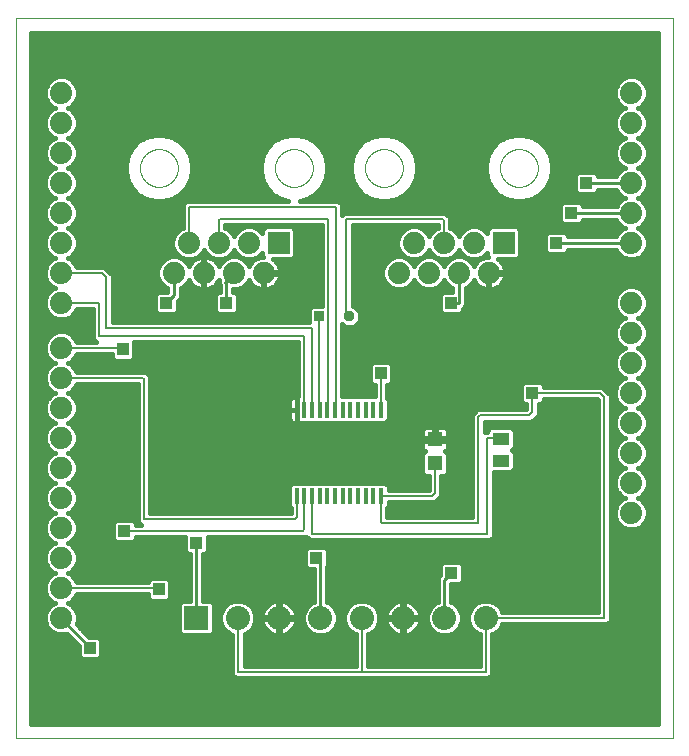
<source format=gtl>
G75*
%MOIN*%
%OFA0B0*%
%FSLAX25Y25*%
%IPPOS*%
%LPD*%
%AMOC8*
5,1,8,0,0,1.08239X$1,22.5*
%
%ADD10C,0.00000*%
%ADD11R,0.05118X0.04724*%
%ADD12C,0.07400*%
%ADD13R,0.07400X0.07400*%
%ADD14R,0.01370X0.05500*%
%ADD15R,0.08000X0.08000*%
%ADD16C,0.08000*%
%ADD17R,0.05500X0.04000*%
%ADD18R,0.03962X0.03962*%
%ADD19C,0.00500*%
%ADD20C,0.01000*%
%ADD21C,0.01200*%
%ADD22OC8,0.03569*%
%ADD23R,0.03569X0.03569*%
%ADD24C,0.01600*%
%ADD25OC8,0.03962*%
D10*
X0006250Y0062524D02*
X0006250Y0302484D01*
X0224951Y0302484D01*
X0224951Y0062524D01*
X0006250Y0062524D01*
X0047451Y0252524D02*
X0047453Y0252682D01*
X0047459Y0252840D01*
X0047469Y0252998D01*
X0047483Y0253156D01*
X0047501Y0253313D01*
X0047522Y0253470D01*
X0047548Y0253626D01*
X0047578Y0253782D01*
X0047611Y0253937D01*
X0047649Y0254090D01*
X0047690Y0254243D01*
X0047735Y0254395D01*
X0047784Y0254546D01*
X0047837Y0254695D01*
X0047893Y0254843D01*
X0047953Y0254989D01*
X0048017Y0255134D01*
X0048085Y0255277D01*
X0048156Y0255419D01*
X0048230Y0255559D01*
X0048308Y0255696D01*
X0048390Y0255832D01*
X0048474Y0255966D01*
X0048563Y0256097D01*
X0048654Y0256226D01*
X0048749Y0256353D01*
X0048846Y0256478D01*
X0048947Y0256600D01*
X0049051Y0256719D01*
X0049158Y0256836D01*
X0049268Y0256950D01*
X0049381Y0257061D01*
X0049496Y0257170D01*
X0049614Y0257275D01*
X0049735Y0257377D01*
X0049858Y0257477D01*
X0049984Y0257573D01*
X0050112Y0257666D01*
X0050242Y0257756D01*
X0050375Y0257842D01*
X0050510Y0257926D01*
X0050646Y0258005D01*
X0050785Y0258082D01*
X0050926Y0258154D01*
X0051068Y0258224D01*
X0051212Y0258289D01*
X0051358Y0258351D01*
X0051505Y0258409D01*
X0051654Y0258464D01*
X0051804Y0258515D01*
X0051955Y0258562D01*
X0052107Y0258605D01*
X0052260Y0258644D01*
X0052415Y0258680D01*
X0052570Y0258711D01*
X0052726Y0258739D01*
X0052882Y0258763D01*
X0053039Y0258783D01*
X0053197Y0258799D01*
X0053354Y0258811D01*
X0053513Y0258819D01*
X0053671Y0258823D01*
X0053829Y0258823D01*
X0053987Y0258819D01*
X0054146Y0258811D01*
X0054303Y0258799D01*
X0054461Y0258783D01*
X0054618Y0258763D01*
X0054774Y0258739D01*
X0054930Y0258711D01*
X0055085Y0258680D01*
X0055240Y0258644D01*
X0055393Y0258605D01*
X0055545Y0258562D01*
X0055696Y0258515D01*
X0055846Y0258464D01*
X0055995Y0258409D01*
X0056142Y0258351D01*
X0056288Y0258289D01*
X0056432Y0258224D01*
X0056574Y0258154D01*
X0056715Y0258082D01*
X0056854Y0258005D01*
X0056990Y0257926D01*
X0057125Y0257842D01*
X0057258Y0257756D01*
X0057388Y0257666D01*
X0057516Y0257573D01*
X0057642Y0257477D01*
X0057765Y0257377D01*
X0057886Y0257275D01*
X0058004Y0257170D01*
X0058119Y0257061D01*
X0058232Y0256950D01*
X0058342Y0256836D01*
X0058449Y0256719D01*
X0058553Y0256600D01*
X0058654Y0256478D01*
X0058751Y0256353D01*
X0058846Y0256226D01*
X0058937Y0256097D01*
X0059026Y0255966D01*
X0059110Y0255832D01*
X0059192Y0255696D01*
X0059270Y0255559D01*
X0059344Y0255419D01*
X0059415Y0255277D01*
X0059483Y0255134D01*
X0059547Y0254989D01*
X0059607Y0254843D01*
X0059663Y0254695D01*
X0059716Y0254546D01*
X0059765Y0254395D01*
X0059810Y0254243D01*
X0059851Y0254090D01*
X0059889Y0253937D01*
X0059922Y0253782D01*
X0059952Y0253626D01*
X0059978Y0253470D01*
X0059999Y0253313D01*
X0060017Y0253156D01*
X0060031Y0252998D01*
X0060041Y0252840D01*
X0060047Y0252682D01*
X0060049Y0252524D01*
X0060047Y0252366D01*
X0060041Y0252208D01*
X0060031Y0252050D01*
X0060017Y0251892D01*
X0059999Y0251735D01*
X0059978Y0251578D01*
X0059952Y0251422D01*
X0059922Y0251266D01*
X0059889Y0251111D01*
X0059851Y0250958D01*
X0059810Y0250805D01*
X0059765Y0250653D01*
X0059716Y0250502D01*
X0059663Y0250353D01*
X0059607Y0250205D01*
X0059547Y0250059D01*
X0059483Y0249914D01*
X0059415Y0249771D01*
X0059344Y0249629D01*
X0059270Y0249489D01*
X0059192Y0249352D01*
X0059110Y0249216D01*
X0059026Y0249082D01*
X0058937Y0248951D01*
X0058846Y0248822D01*
X0058751Y0248695D01*
X0058654Y0248570D01*
X0058553Y0248448D01*
X0058449Y0248329D01*
X0058342Y0248212D01*
X0058232Y0248098D01*
X0058119Y0247987D01*
X0058004Y0247878D01*
X0057886Y0247773D01*
X0057765Y0247671D01*
X0057642Y0247571D01*
X0057516Y0247475D01*
X0057388Y0247382D01*
X0057258Y0247292D01*
X0057125Y0247206D01*
X0056990Y0247122D01*
X0056854Y0247043D01*
X0056715Y0246966D01*
X0056574Y0246894D01*
X0056432Y0246824D01*
X0056288Y0246759D01*
X0056142Y0246697D01*
X0055995Y0246639D01*
X0055846Y0246584D01*
X0055696Y0246533D01*
X0055545Y0246486D01*
X0055393Y0246443D01*
X0055240Y0246404D01*
X0055085Y0246368D01*
X0054930Y0246337D01*
X0054774Y0246309D01*
X0054618Y0246285D01*
X0054461Y0246265D01*
X0054303Y0246249D01*
X0054146Y0246237D01*
X0053987Y0246229D01*
X0053829Y0246225D01*
X0053671Y0246225D01*
X0053513Y0246229D01*
X0053354Y0246237D01*
X0053197Y0246249D01*
X0053039Y0246265D01*
X0052882Y0246285D01*
X0052726Y0246309D01*
X0052570Y0246337D01*
X0052415Y0246368D01*
X0052260Y0246404D01*
X0052107Y0246443D01*
X0051955Y0246486D01*
X0051804Y0246533D01*
X0051654Y0246584D01*
X0051505Y0246639D01*
X0051358Y0246697D01*
X0051212Y0246759D01*
X0051068Y0246824D01*
X0050926Y0246894D01*
X0050785Y0246966D01*
X0050646Y0247043D01*
X0050510Y0247122D01*
X0050375Y0247206D01*
X0050242Y0247292D01*
X0050112Y0247382D01*
X0049984Y0247475D01*
X0049858Y0247571D01*
X0049735Y0247671D01*
X0049614Y0247773D01*
X0049496Y0247878D01*
X0049381Y0247987D01*
X0049268Y0248098D01*
X0049158Y0248212D01*
X0049051Y0248329D01*
X0048947Y0248448D01*
X0048846Y0248570D01*
X0048749Y0248695D01*
X0048654Y0248822D01*
X0048563Y0248951D01*
X0048474Y0249082D01*
X0048390Y0249216D01*
X0048308Y0249352D01*
X0048230Y0249489D01*
X0048156Y0249629D01*
X0048085Y0249771D01*
X0048017Y0249914D01*
X0047953Y0250059D01*
X0047893Y0250205D01*
X0047837Y0250353D01*
X0047784Y0250502D01*
X0047735Y0250653D01*
X0047690Y0250805D01*
X0047649Y0250958D01*
X0047611Y0251111D01*
X0047578Y0251266D01*
X0047548Y0251422D01*
X0047522Y0251578D01*
X0047501Y0251735D01*
X0047483Y0251892D01*
X0047469Y0252050D01*
X0047459Y0252208D01*
X0047453Y0252366D01*
X0047451Y0252524D01*
X0092451Y0252524D02*
X0092453Y0252682D01*
X0092459Y0252840D01*
X0092469Y0252998D01*
X0092483Y0253156D01*
X0092501Y0253313D01*
X0092522Y0253470D01*
X0092548Y0253626D01*
X0092578Y0253782D01*
X0092611Y0253937D01*
X0092649Y0254090D01*
X0092690Y0254243D01*
X0092735Y0254395D01*
X0092784Y0254546D01*
X0092837Y0254695D01*
X0092893Y0254843D01*
X0092953Y0254989D01*
X0093017Y0255134D01*
X0093085Y0255277D01*
X0093156Y0255419D01*
X0093230Y0255559D01*
X0093308Y0255696D01*
X0093390Y0255832D01*
X0093474Y0255966D01*
X0093563Y0256097D01*
X0093654Y0256226D01*
X0093749Y0256353D01*
X0093846Y0256478D01*
X0093947Y0256600D01*
X0094051Y0256719D01*
X0094158Y0256836D01*
X0094268Y0256950D01*
X0094381Y0257061D01*
X0094496Y0257170D01*
X0094614Y0257275D01*
X0094735Y0257377D01*
X0094858Y0257477D01*
X0094984Y0257573D01*
X0095112Y0257666D01*
X0095242Y0257756D01*
X0095375Y0257842D01*
X0095510Y0257926D01*
X0095646Y0258005D01*
X0095785Y0258082D01*
X0095926Y0258154D01*
X0096068Y0258224D01*
X0096212Y0258289D01*
X0096358Y0258351D01*
X0096505Y0258409D01*
X0096654Y0258464D01*
X0096804Y0258515D01*
X0096955Y0258562D01*
X0097107Y0258605D01*
X0097260Y0258644D01*
X0097415Y0258680D01*
X0097570Y0258711D01*
X0097726Y0258739D01*
X0097882Y0258763D01*
X0098039Y0258783D01*
X0098197Y0258799D01*
X0098354Y0258811D01*
X0098513Y0258819D01*
X0098671Y0258823D01*
X0098829Y0258823D01*
X0098987Y0258819D01*
X0099146Y0258811D01*
X0099303Y0258799D01*
X0099461Y0258783D01*
X0099618Y0258763D01*
X0099774Y0258739D01*
X0099930Y0258711D01*
X0100085Y0258680D01*
X0100240Y0258644D01*
X0100393Y0258605D01*
X0100545Y0258562D01*
X0100696Y0258515D01*
X0100846Y0258464D01*
X0100995Y0258409D01*
X0101142Y0258351D01*
X0101288Y0258289D01*
X0101432Y0258224D01*
X0101574Y0258154D01*
X0101715Y0258082D01*
X0101854Y0258005D01*
X0101990Y0257926D01*
X0102125Y0257842D01*
X0102258Y0257756D01*
X0102388Y0257666D01*
X0102516Y0257573D01*
X0102642Y0257477D01*
X0102765Y0257377D01*
X0102886Y0257275D01*
X0103004Y0257170D01*
X0103119Y0257061D01*
X0103232Y0256950D01*
X0103342Y0256836D01*
X0103449Y0256719D01*
X0103553Y0256600D01*
X0103654Y0256478D01*
X0103751Y0256353D01*
X0103846Y0256226D01*
X0103937Y0256097D01*
X0104026Y0255966D01*
X0104110Y0255832D01*
X0104192Y0255696D01*
X0104270Y0255559D01*
X0104344Y0255419D01*
X0104415Y0255277D01*
X0104483Y0255134D01*
X0104547Y0254989D01*
X0104607Y0254843D01*
X0104663Y0254695D01*
X0104716Y0254546D01*
X0104765Y0254395D01*
X0104810Y0254243D01*
X0104851Y0254090D01*
X0104889Y0253937D01*
X0104922Y0253782D01*
X0104952Y0253626D01*
X0104978Y0253470D01*
X0104999Y0253313D01*
X0105017Y0253156D01*
X0105031Y0252998D01*
X0105041Y0252840D01*
X0105047Y0252682D01*
X0105049Y0252524D01*
X0105047Y0252366D01*
X0105041Y0252208D01*
X0105031Y0252050D01*
X0105017Y0251892D01*
X0104999Y0251735D01*
X0104978Y0251578D01*
X0104952Y0251422D01*
X0104922Y0251266D01*
X0104889Y0251111D01*
X0104851Y0250958D01*
X0104810Y0250805D01*
X0104765Y0250653D01*
X0104716Y0250502D01*
X0104663Y0250353D01*
X0104607Y0250205D01*
X0104547Y0250059D01*
X0104483Y0249914D01*
X0104415Y0249771D01*
X0104344Y0249629D01*
X0104270Y0249489D01*
X0104192Y0249352D01*
X0104110Y0249216D01*
X0104026Y0249082D01*
X0103937Y0248951D01*
X0103846Y0248822D01*
X0103751Y0248695D01*
X0103654Y0248570D01*
X0103553Y0248448D01*
X0103449Y0248329D01*
X0103342Y0248212D01*
X0103232Y0248098D01*
X0103119Y0247987D01*
X0103004Y0247878D01*
X0102886Y0247773D01*
X0102765Y0247671D01*
X0102642Y0247571D01*
X0102516Y0247475D01*
X0102388Y0247382D01*
X0102258Y0247292D01*
X0102125Y0247206D01*
X0101990Y0247122D01*
X0101854Y0247043D01*
X0101715Y0246966D01*
X0101574Y0246894D01*
X0101432Y0246824D01*
X0101288Y0246759D01*
X0101142Y0246697D01*
X0100995Y0246639D01*
X0100846Y0246584D01*
X0100696Y0246533D01*
X0100545Y0246486D01*
X0100393Y0246443D01*
X0100240Y0246404D01*
X0100085Y0246368D01*
X0099930Y0246337D01*
X0099774Y0246309D01*
X0099618Y0246285D01*
X0099461Y0246265D01*
X0099303Y0246249D01*
X0099146Y0246237D01*
X0098987Y0246229D01*
X0098829Y0246225D01*
X0098671Y0246225D01*
X0098513Y0246229D01*
X0098354Y0246237D01*
X0098197Y0246249D01*
X0098039Y0246265D01*
X0097882Y0246285D01*
X0097726Y0246309D01*
X0097570Y0246337D01*
X0097415Y0246368D01*
X0097260Y0246404D01*
X0097107Y0246443D01*
X0096955Y0246486D01*
X0096804Y0246533D01*
X0096654Y0246584D01*
X0096505Y0246639D01*
X0096358Y0246697D01*
X0096212Y0246759D01*
X0096068Y0246824D01*
X0095926Y0246894D01*
X0095785Y0246966D01*
X0095646Y0247043D01*
X0095510Y0247122D01*
X0095375Y0247206D01*
X0095242Y0247292D01*
X0095112Y0247382D01*
X0094984Y0247475D01*
X0094858Y0247571D01*
X0094735Y0247671D01*
X0094614Y0247773D01*
X0094496Y0247878D01*
X0094381Y0247987D01*
X0094268Y0248098D01*
X0094158Y0248212D01*
X0094051Y0248329D01*
X0093947Y0248448D01*
X0093846Y0248570D01*
X0093749Y0248695D01*
X0093654Y0248822D01*
X0093563Y0248951D01*
X0093474Y0249082D01*
X0093390Y0249216D01*
X0093308Y0249352D01*
X0093230Y0249489D01*
X0093156Y0249629D01*
X0093085Y0249771D01*
X0093017Y0249914D01*
X0092953Y0250059D01*
X0092893Y0250205D01*
X0092837Y0250353D01*
X0092784Y0250502D01*
X0092735Y0250653D01*
X0092690Y0250805D01*
X0092649Y0250958D01*
X0092611Y0251111D01*
X0092578Y0251266D01*
X0092548Y0251422D01*
X0092522Y0251578D01*
X0092501Y0251735D01*
X0092483Y0251892D01*
X0092469Y0252050D01*
X0092459Y0252208D01*
X0092453Y0252366D01*
X0092451Y0252524D01*
X0122451Y0252524D02*
X0122453Y0252682D01*
X0122459Y0252840D01*
X0122469Y0252998D01*
X0122483Y0253156D01*
X0122501Y0253313D01*
X0122522Y0253470D01*
X0122548Y0253626D01*
X0122578Y0253782D01*
X0122611Y0253937D01*
X0122649Y0254090D01*
X0122690Y0254243D01*
X0122735Y0254395D01*
X0122784Y0254546D01*
X0122837Y0254695D01*
X0122893Y0254843D01*
X0122953Y0254989D01*
X0123017Y0255134D01*
X0123085Y0255277D01*
X0123156Y0255419D01*
X0123230Y0255559D01*
X0123308Y0255696D01*
X0123390Y0255832D01*
X0123474Y0255966D01*
X0123563Y0256097D01*
X0123654Y0256226D01*
X0123749Y0256353D01*
X0123846Y0256478D01*
X0123947Y0256600D01*
X0124051Y0256719D01*
X0124158Y0256836D01*
X0124268Y0256950D01*
X0124381Y0257061D01*
X0124496Y0257170D01*
X0124614Y0257275D01*
X0124735Y0257377D01*
X0124858Y0257477D01*
X0124984Y0257573D01*
X0125112Y0257666D01*
X0125242Y0257756D01*
X0125375Y0257842D01*
X0125510Y0257926D01*
X0125646Y0258005D01*
X0125785Y0258082D01*
X0125926Y0258154D01*
X0126068Y0258224D01*
X0126212Y0258289D01*
X0126358Y0258351D01*
X0126505Y0258409D01*
X0126654Y0258464D01*
X0126804Y0258515D01*
X0126955Y0258562D01*
X0127107Y0258605D01*
X0127260Y0258644D01*
X0127415Y0258680D01*
X0127570Y0258711D01*
X0127726Y0258739D01*
X0127882Y0258763D01*
X0128039Y0258783D01*
X0128197Y0258799D01*
X0128354Y0258811D01*
X0128513Y0258819D01*
X0128671Y0258823D01*
X0128829Y0258823D01*
X0128987Y0258819D01*
X0129146Y0258811D01*
X0129303Y0258799D01*
X0129461Y0258783D01*
X0129618Y0258763D01*
X0129774Y0258739D01*
X0129930Y0258711D01*
X0130085Y0258680D01*
X0130240Y0258644D01*
X0130393Y0258605D01*
X0130545Y0258562D01*
X0130696Y0258515D01*
X0130846Y0258464D01*
X0130995Y0258409D01*
X0131142Y0258351D01*
X0131288Y0258289D01*
X0131432Y0258224D01*
X0131574Y0258154D01*
X0131715Y0258082D01*
X0131854Y0258005D01*
X0131990Y0257926D01*
X0132125Y0257842D01*
X0132258Y0257756D01*
X0132388Y0257666D01*
X0132516Y0257573D01*
X0132642Y0257477D01*
X0132765Y0257377D01*
X0132886Y0257275D01*
X0133004Y0257170D01*
X0133119Y0257061D01*
X0133232Y0256950D01*
X0133342Y0256836D01*
X0133449Y0256719D01*
X0133553Y0256600D01*
X0133654Y0256478D01*
X0133751Y0256353D01*
X0133846Y0256226D01*
X0133937Y0256097D01*
X0134026Y0255966D01*
X0134110Y0255832D01*
X0134192Y0255696D01*
X0134270Y0255559D01*
X0134344Y0255419D01*
X0134415Y0255277D01*
X0134483Y0255134D01*
X0134547Y0254989D01*
X0134607Y0254843D01*
X0134663Y0254695D01*
X0134716Y0254546D01*
X0134765Y0254395D01*
X0134810Y0254243D01*
X0134851Y0254090D01*
X0134889Y0253937D01*
X0134922Y0253782D01*
X0134952Y0253626D01*
X0134978Y0253470D01*
X0134999Y0253313D01*
X0135017Y0253156D01*
X0135031Y0252998D01*
X0135041Y0252840D01*
X0135047Y0252682D01*
X0135049Y0252524D01*
X0135047Y0252366D01*
X0135041Y0252208D01*
X0135031Y0252050D01*
X0135017Y0251892D01*
X0134999Y0251735D01*
X0134978Y0251578D01*
X0134952Y0251422D01*
X0134922Y0251266D01*
X0134889Y0251111D01*
X0134851Y0250958D01*
X0134810Y0250805D01*
X0134765Y0250653D01*
X0134716Y0250502D01*
X0134663Y0250353D01*
X0134607Y0250205D01*
X0134547Y0250059D01*
X0134483Y0249914D01*
X0134415Y0249771D01*
X0134344Y0249629D01*
X0134270Y0249489D01*
X0134192Y0249352D01*
X0134110Y0249216D01*
X0134026Y0249082D01*
X0133937Y0248951D01*
X0133846Y0248822D01*
X0133751Y0248695D01*
X0133654Y0248570D01*
X0133553Y0248448D01*
X0133449Y0248329D01*
X0133342Y0248212D01*
X0133232Y0248098D01*
X0133119Y0247987D01*
X0133004Y0247878D01*
X0132886Y0247773D01*
X0132765Y0247671D01*
X0132642Y0247571D01*
X0132516Y0247475D01*
X0132388Y0247382D01*
X0132258Y0247292D01*
X0132125Y0247206D01*
X0131990Y0247122D01*
X0131854Y0247043D01*
X0131715Y0246966D01*
X0131574Y0246894D01*
X0131432Y0246824D01*
X0131288Y0246759D01*
X0131142Y0246697D01*
X0130995Y0246639D01*
X0130846Y0246584D01*
X0130696Y0246533D01*
X0130545Y0246486D01*
X0130393Y0246443D01*
X0130240Y0246404D01*
X0130085Y0246368D01*
X0129930Y0246337D01*
X0129774Y0246309D01*
X0129618Y0246285D01*
X0129461Y0246265D01*
X0129303Y0246249D01*
X0129146Y0246237D01*
X0128987Y0246229D01*
X0128829Y0246225D01*
X0128671Y0246225D01*
X0128513Y0246229D01*
X0128354Y0246237D01*
X0128197Y0246249D01*
X0128039Y0246265D01*
X0127882Y0246285D01*
X0127726Y0246309D01*
X0127570Y0246337D01*
X0127415Y0246368D01*
X0127260Y0246404D01*
X0127107Y0246443D01*
X0126955Y0246486D01*
X0126804Y0246533D01*
X0126654Y0246584D01*
X0126505Y0246639D01*
X0126358Y0246697D01*
X0126212Y0246759D01*
X0126068Y0246824D01*
X0125926Y0246894D01*
X0125785Y0246966D01*
X0125646Y0247043D01*
X0125510Y0247122D01*
X0125375Y0247206D01*
X0125242Y0247292D01*
X0125112Y0247382D01*
X0124984Y0247475D01*
X0124858Y0247571D01*
X0124735Y0247671D01*
X0124614Y0247773D01*
X0124496Y0247878D01*
X0124381Y0247987D01*
X0124268Y0248098D01*
X0124158Y0248212D01*
X0124051Y0248329D01*
X0123947Y0248448D01*
X0123846Y0248570D01*
X0123749Y0248695D01*
X0123654Y0248822D01*
X0123563Y0248951D01*
X0123474Y0249082D01*
X0123390Y0249216D01*
X0123308Y0249352D01*
X0123230Y0249489D01*
X0123156Y0249629D01*
X0123085Y0249771D01*
X0123017Y0249914D01*
X0122953Y0250059D01*
X0122893Y0250205D01*
X0122837Y0250353D01*
X0122784Y0250502D01*
X0122735Y0250653D01*
X0122690Y0250805D01*
X0122649Y0250958D01*
X0122611Y0251111D01*
X0122578Y0251266D01*
X0122548Y0251422D01*
X0122522Y0251578D01*
X0122501Y0251735D01*
X0122483Y0251892D01*
X0122469Y0252050D01*
X0122459Y0252208D01*
X0122453Y0252366D01*
X0122451Y0252524D01*
X0167451Y0252524D02*
X0167453Y0252682D01*
X0167459Y0252840D01*
X0167469Y0252998D01*
X0167483Y0253156D01*
X0167501Y0253313D01*
X0167522Y0253470D01*
X0167548Y0253626D01*
X0167578Y0253782D01*
X0167611Y0253937D01*
X0167649Y0254090D01*
X0167690Y0254243D01*
X0167735Y0254395D01*
X0167784Y0254546D01*
X0167837Y0254695D01*
X0167893Y0254843D01*
X0167953Y0254989D01*
X0168017Y0255134D01*
X0168085Y0255277D01*
X0168156Y0255419D01*
X0168230Y0255559D01*
X0168308Y0255696D01*
X0168390Y0255832D01*
X0168474Y0255966D01*
X0168563Y0256097D01*
X0168654Y0256226D01*
X0168749Y0256353D01*
X0168846Y0256478D01*
X0168947Y0256600D01*
X0169051Y0256719D01*
X0169158Y0256836D01*
X0169268Y0256950D01*
X0169381Y0257061D01*
X0169496Y0257170D01*
X0169614Y0257275D01*
X0169735Y0257377D01*
X0169858Y0257477D01*
X0169984Y0257573D01*
X0170112Y0257666D01*
X0170242Y0257756D01*
X0170375Y0257842D01*
X0170510Y0257926D01*
X0170646Y0258005D01*
X0170785Y0258082D01*
X0170926Y0258154D01*
X0171068Y0258224D01*
X0171212Y0258289D01*
X0171358Y0258351D01*
X0171505Y0258409D01*
X0171654Y0258464D01*
X0171804Y0258515D01*
X0171955Y0258562D01*
X0172107Y0258605D01*
X0172260Y0258644D01*
X0172415Y0258680D01*
X0172570Y0258711D01*
X0172726Y0258739D01*
X0172882Y0258763D01*
X0173039Y0258783D01*
X0173197Y0258799D01*
X0173354Y0258811D01*
X0173513Y0258819D01*
X0173671Y0258823D01*
X0173829Y0258823D01*
X0173987Y0258819D01*
X0174146Y0258811D01*
X0174303Y0258799D01*
X0174461Y0258783D01*
X0174618Y0258763D01*
X0174774Y0258739D01*
X0174930Y0258711D01*
X0175085Y0258680D01*
X0175240Y0258644D01*
X0175393Y0258605D01*
X0175545Y0258562D01*
X0175696Y0258515D01*
X0175846Y0258464D01*
X0175995Y0258409D01*
X0176142Y0258351D01*
X0176288Y0258289D01*
X0176432Y0258224D01*
X0176574Y0258154D01*
X0176715Y0258082D01*
X0176854Y0258005D01*
X0176990Y0257926D01*
X0177125Y0257842D01*
X0177258Y0257756D01*
X0177388Y0257666D01*
X0177516Y0257573D01*
X0177642Y0257477D01*
X0177765Y0257377D01*
X0177886Y0257275D01*
X0178004Y0257170D01*
X0178119Y0257061D01*
X0178232Y0256950D01*
X0178342Y0256836D01*
X0178449Y0256719D01*
X0178553Y0256600D01*
X0178654Y0256478D01*
X0178751Y0256353D01*
X0178846Y0256226D01*
X0178937Y0256097D01*
X0179026Y0255966D01*
X0179110Y0255832D01*
X0179192Y0255696D01*
X0179270Y0255559D01*
X0179344Y0255419D01*
X0179415Y0255277D01*
X0179483Y0255134D01*
X0179547Y0254989D01*
X0179607Y0254843D01*
X0179663Y0254695D01*
X0179716Y0254546D01*
X0179765Y0254395D01*
X0179810Y0254243D01*
X0179851Y0254090D01*
X0179889Y0253937D01*
X0179922Y0253782D01*
X0179952Y0253626D01*
X0179978Y0253470D01*
X0179999Y0253313D01*
X0180017Y0253156D01*
X0180031Y0252998D01*
X0180041Y0252840D01*
X0180047Y0252682D01*
X0180049Y0252524D01*
X0180047Y0252366D01*
X0180041Y0252208D01*
X0180031Y0252050D01*
X0180017Y0251892D01*
X0179999Y0251735D01*
X0179978Y0251578D01*
X0179952Y0251422D01*
X0179922Y0251266D01*
X0179889Y0251111D01*
X0179851Y0250958D01*
X0179810Y0250805D01*
X0179765Y0250653D01*
X0179716Y0250502D01*
X0179663Y0250353D01*
X0179607Y0250205D01*
X0179547Y0250059D01*
X0179483Y0249914D01*
X0179415Y0249771D01*
X0179344Y0249629D01*
X0179270Y0249489D01*
X0179192Y0249352D01*
X0179110Y0249216D01*
X0179026Y0249082D01*
X0178937Y0248951D01*
X0178846Y0248822D01*
X0178751Y0248695D01*
X0178654Y0248570D01*
X0178553Y0248448D01*
X0178449Y0248329D01*
X0178342Y0248212D01*
X0178232Y0248098D01*
X0178119Y0247987D01*
X0178004Y0247878D01*
X0177886Y0247773D01*
X0177765Y0247671D01*
X0177642Y0247571D01*
X0177516Y0247475D01*
X0177388Y0247382D01*
X0177258Y0247292D01*
X0177125Y0247206D01*
X0176990Y0247122D01*
X0176854Y0247043D01*
X0176715Y0246966D01*
X0176574Y0246894D01*
X0176432Y0246824D01*
X0176288Y0246759D01*
X0176142Y0246697D01*
X0175995Y0246639D01*
X0175846Y0246584D01*
X0175696Y0246533D01*
X0175545Y0246486D01*
X0175393Y0246443D01*
X0175240Y0246404D01*
X0175085Y0246368D01*
X0174930Y0246337D01*
X0174774Y0246309D01*
X0174618Y0246285D01*
X0174461Y0246265D01*
X0174303Y0246249D01*
X0174146Y0246237D01*
X0173987Y0246229D01*
X0173829Y0246225D01*
X0173671Y0246225D01*
X0173513Y0246229D01*
X0173354Y0246237D01*
X0173197Y0246249D01*
X0173039Y0246265D01*
X0172882Y0246285D01*
X0172726Y0246309D01*
X0172570Y0246337D01*
X0172415Y0246368D01*
X0172260Y0246404D01*
X0172107Y0246443D01*
X0171955Y0246486D01*
X0171804Y0246533D01*
X0171654Y0246584D01*
X0171505Y0246639D01*
X0171358Y0246697D01*
X0171212Y0246759D01*
X0171068Y0246824D01*
X0170926Y0246894D01*
X0170785Y0246966D01*
X0170646Y0247043D01*
X0170510Y0247122D01*
X0170375Y0247206D01*
X0170242Y0247292D01*
X0170112Y0247382D01*
X0169984Y0247475D01*
X0169858Y0247571D01*
X0169735Y0247671D01*
X0169614Y0247773D01*
X0169496Y0247878D01*
X0169381Y0247987D01*
X0169268Y0248098D01*
X0169158Y0248212D01*
X0169051Y0248329D01*
X0168947Y0248448D01*
X0168846Y0248570D01*
X0168749Y0248695D01*
X0168654Y0248822D01*
X0168563Y0248951D01*
X0168474Y0249082D01*
X0168390Y0249216D01*
X0168308Y0249352D01*
X0168230Y0249489D01*
X0168156Y0249629D01*
X0168085Y0249771D01*
X0168017Y0249914D01*
X0167953Y0250059D01*
X0167893Y0250205D01*
X0167837Y0250353D01*
X0167784Y0250502D01*
X0167735Y0250653D01*
X0167690Y0250805D01*
X0167649Y0250958D01*
X0167611Y0251111D01*
X0167578Y0251266D01*
X0167548Y0251422D01*
X0167522Y0251578D01*
X0167501Y0251735D01*
X0167483Y0251892D01*
X0167469Y0252050D01*
X0167459Y0252208D01*
X0167453Y0252366D01*
X0167451Y0252524D01*
D11*
X0145750Y0162024D03*
X0145750Y0154024D03*
D12*
X0143750Y0217524D03*
X0138750Y0227524D03*
X0133750Y0217524D03*
X0148750Y0227524D03*
X0153750Y0217524D03*
X0158750Y0227524D03*
X0163750Y0217524D03*
X0211250Y0227524D03*
X0211250Y0237524D03*
X0211250Y0247524D03*
X0211250Y0257524D03*
X0211250Y0267524D03*
X0211250Y0277524D03*
X0211250Y0207524D03*
X0211250Y0197524D03*
X0211250Y0187524D03*
X0211250Y0177524D03*
X0211250Y0167524D03*
X0211250Y0157524D03*
X0211250Y0147524D03*
X0211250Y0137524D03*
X0088750Y0217524D03*
X0083750Y0227524D03*
X0078750Y0217524D03*
X0073750Y0227524D03*
X0068750Y0217524D03*
X0063750Y0227524D03*
X0058750Y0217524D03*
X0021250Y0217524D03*
X0021250Y0227524D03*
X0021250Y0237524D03*
X0021250Y0247524D03*
X0021250Y0257524D03*
X0021250Y0267524D03*
X0021250Y0277524D03*
X0021250Y0207524D03*
X0021250Y0192524D03*
X0021250Y0182524D03*
X0021250Y0172524D03*
X0021250Y0162524D03*
X0021250Y0152524D03*
X0021250Y0142524D03*
X0021250Y0132524D03*
X0021250Y0122524D03*
X0021250Y0112524D03*
X0021250Y0102524D03*
D13*
X0093750Y0227524D03*
X0168750Y0227524D03*
D14*
X0127825Y0171917D03*
X0125266Y0171917D03*
X0122707Y0171917D03*
X0120148Y0171917D03*
X0117589Y0171917D03*
X0115030Y0171917D03*
X0112470Y0171917D03*
X0109911Y0171917D03*
X0107352Y0171917D03*
X0104793Y0171917D03*
X0102234Y0171917D03*
X0099675Y0171917D03*
X0099675Y0143130D03*
X0102234Y0143130D03*
X0104793Y0143130D03*
X0107352Y0143130D03*
X0109911Y0143130D03*
X0112470Y0143130D03*
X0115030Y0143130D03*
X0117589Y0143130D03*
X0120148Y0143130D03*
X0122707Y0143130D03*
X0125266Y0143130D03*
X0127825Y0143130D03*
D15*
X0066250Y0102524D03*
D16*
X0080030Y0102524D03*
X0093809Y0102524D03*
X0107589Y0102524D03*
X0121368Y0102524D03*
X0135148Y0102524D03*
X0148927Y0102524D03*
X0162707Y0102524D03*
D17*
X0167750Y0154824D03*
X0167750Y0162224D03*
D18*
X0178250Y0177524D03*
X0151250Y0207524D03*
X0145750Y0178524D03*
X0127750Y0184024D03*
X0106250Y0122524D03*
X0077750Y0172024D03*
X0076250Y0207524D03*
X0056250Y0207524D03*
X0041750Y0192024D03*
X0042250Y0131524D03*
X0053750Y0112024D03*
X0066250Y0127524D03*
X0030750Y0092524D03*
X0151250Y0117524D03*
X0186250Y0227524D03*
X0191250Y0237524D03*
X0196250Y0247524D03*
D19*
X0148750Y0235024D02*
X0148750Y0227524D01*
X0148750Y0235024D02*
X0148250Y0235524D01*
X0116250Y0235524D01*
X0116250Y0204024D01*
X0117250Y0203024D01*
X0107250Y0203024D02*
X0107250Y0172020D01*
X0107352Y0171917D01*
X0104793Y0171917D02*
X0104793Y0198980D01*
X0104750Y0199024D01*
X0036250Y0199024D01*
X0036250Y0216024D01*
X0034750Y0217524D01*
X0021250Y0217524D01*
X0021250Y0207524D02*
X0033750Y0207524D01*
X0033750Y0196524D01*
X0101750Y0196524D01*
X0102234Y0196039D01*
X0102234Y0177008D01*
X0102250Y0177024D01*
X0102234Y0177008D02*
X0102234Y0171917D01*
X0099675Y0171917D02*
X0099569Y0172024D01*
X0077750Y0172024D01*
X0099675Y0143130D02*
X0099750Y0143055D01*
X0099750Y0136024D01*
X0099250Y0135524D01*
X0048750Y0135524D01*
X0048750Y0182024D01*
X0048250Y0182524D01*
X0021250Y0182524D01*
X0021250Y0192524D02*
X0041250Y0192524D01*
X0041750Y0192024D01*
X0048750Y0182524D02*
X0048750Y0182024D01*
X0063750Y0227524D02*
X0063750Y0239524D01*
X0112750Y0239524D01*
X0112750Y0172197D01*
X0112470Y0171917D01*
X0110250Y0172079D02*
X0109911Y0171917D01*
X0110250Y0172079D02*
X0110250Y0235524D01*
X0074250Y0235524D01*
X0073750Y0235024D01*
X0073750Y0227524D01*
X0127750Y0184024D02*
X0127750Y0171992D01*
X0127825Y0171917D01*
X0145750Y0178524D02*
X0145750Y0162024D01*
X0145750Y0154024D02*
X0145750Y0144024D01*
X0144856Y0143130D01*
X0127825Y0143130D01*
X0127825Y0134449D01*
X0128250Y0134024D01*
X0160250Y0134024D01*
X0160250Y0169524D01*
X0160750Y0170024D01*
X0177250Y0170024D01*
X0178250Y0171024D01*
X0178250Y0177524D01*
X0200750Y0177524D01*
X0202250Y0176024D01*
X0202250Y0102524D01*
X0162707Y0102524D01*
X0162707Y0084567D01*
X0162750Y0084524D01*
X0122250Y0084524D01*
X0121368Y0084906D01*
X0121368Y0102524D01*
X0122250Y0084524D02*
X0080250Y0084524D01*
X0080250Y0102303D01*
X0080030Y0102524D01*
X0101750Y0131524D02*
X0102250Y0132024D01*
X0102250Y0141524D01*
X0102234Y0141539D01*
X0102234Y0143130D01*
X0104793Y0143130D02*
X0104793Y0141067D01*
X0104750Y0130524D01*
X0163250Y0130524D01*
X0163250Y0162524D01*
X0167450Y0162524D01*
X0167750Y0162224D01*
X0101750Y0131524D02*
X0042250Y0131524D01*
X0053250Y0112524D02*
X0053750Y0112024D01*
X0053250Y0112524D02*
X0021250Y0112524D01*
D20*
X0021250Y0102524D02*
X0030750Y0092524D01*
X0066250Y0102524D02*
X0066250Y0127524D01*
X0106250Y0122524D02*
X0107589Y0121185D01*
X0107589Y0102524D01*
X0148927Y0102524D02*
X0148927Y0115201D01*
X0151250Y0117524D01*
X0151250Y0207524D02*
X0153750Y0207524D01*
X0153750Y0217524D01*
X0186250Y0227524D02*
X0211250Y0227524D01*
X0211250Y0237524D02*
X0191250Y0237524D01*
X0196250Y0247524D02*
X0211250Y0247524D01*
X0076250Y0215024D02*
X0076250Y0214324D01*
X0076250Y0207524D01*
X0058750Y0210024D02*
X0058750Y0217524D01*
X0058750Y0210024D02*
X0056250Y0207524D01*
D21*
X0076150Y0214324D02*
X0076250Y0214324D01*
X0076150Y0214324D02*
X0078350Y0216524D01*
X0078750Y0217524D01*
D22*
X0117250Y0203024D03*
D23*
X0107250Y0203024D03*
D24*
X0108200Y0206608D02*
X0104720Y0206608D01*
X0103666Y0205553D01*
X0103666Y0201074D01*
X0038300Y0201074D01*
X0038300Y0216873D01*
X0035599Y0219574D01*
X0026354Y0219574D01*
X0025913Y0220639D01*
X0024365Y0222186D01*
X0023551Y0222524D01*
X0024365Y0222861D01*
X0025913Y0224408D01*
X0026750Y0226430D01*
X0026750Y0228618D01*
X0025913Y0230639D01*
X0024365Y0232186D01*
X0023551Y0232524D01*
X0024365Y0232861D01*
X0025913Y0234408D01*
X0026750Y0236430D01*
X0026750Y0238618D01*
X0025913Y0240639D01*
X0024365Y0242186D01*
X0023551Y0242524D01*
X0024365Y0242861D01*
X0025913Y0244408D01*
X0026750Y0246430D01*
X0026750Y0248618D01*
X0025913Y0250639D01*
X0024365Y0252186D01*
X0023551Y0252524D01*
X0024365Y0252861D01*
X0025913Y0254408D01*
X0026750Y0256430D01*
X0026750Y0258618D01*
X0025913Y0260639D01*
X0024365Y0262186D01*
X0023551Y0262524D01*
X0024365Y0262861D01*
X0025913Y0264408D01*
X0026750Y0266430D01*
X0026750Y0268618D01*
X0025913Y0270639D01*
X0024365Y0272186D01*
X0023551Y0272524D01*
X0024365Y0272861D01*
X0025913Y0274408D01*
X0026750Y0276430D01*
X0026750Y0278618D01*
X0025913Y0280639D01*
X0024365Y0282186D01*
X0022344Y0283024D01*
X0020156Y0283024D01*
X0018134Y0282186D01*
X0016587Y0280639D01*
X0015750Y0278618D01*
X0015750Y0276430D01*
X0016587Y0274408D01*
X0018134Y0272861D01*
X0018949Y0272524D01*
X0018134Y0272186D01*
X0016587Y0270639D01*
X0015750Y0268618D01*
X0015750Y0266430D01*
X0016587Y0264408D01*
X0018134Y0262861D01*
X0018949Y0262524D01*
X0018134Y0262186D01*
X0016587Y0260639D01*
X0015750Y0258618D01*
X0015750Y0256430D01*
X0016587Y0254408D01*
X0018134Y0252861D01*
X0018949Y0252524D01*
X0018134Y0252186D01*
X0016587Y0250639D01*
X0015750Y0248618D01*
X0015750Y0246430D01*
X0016587Y0244408D01*
X0018134Y0242861D01*
X0018949Y0242524D01*
X0018134Y0242186D01*
X0016587Y0240639D01*
X0015750Y0238618D01*
X0015750Y0236430D01*
X0016587Y0234408D01*
X0018134Y0232861D01*
X0018949Y0232524D01*
X0018134Y0232186D01*
X0016587Y0230639D01*
X0015750Y0228618D01*
X0015750Y0226430D01*
X0016587Y0224408D01*
X0018134Y0222861D01*
X0018949Y0222524D01*
X0018134Y0222186D01*
X0016587Y0220639D01*
X0015750Y0218618D01*
X0015750Y0216430D01*
X0016587Y0214408D01*
X0018134Y0212861D01*
X0018949Y0212524D01*
X0018134Y0212186D01*
X0016587Y0210639D01*
X0015750Y0208618D01*
X0015750Y0206430D01*
X0016587Y0204408D01*
X0018134Y0202861D01*
X0020156Y0202024D01*
X0022344Y0202024D01*
X0024365Y0202861D01*
X0025913Y0204408D01*
X0026354Y0205474D01*
X0031700Y0205474D01*
X0031700Y0195674D01*
X0032801Y0194574D01*
X0026354Y0194574D01*
X0025913Y0195639D01*
X0024365Y0197186D01*
X0022344Y0198024D01*
X0020156Y0198024D01*
X0018134Y0197186D01*
X0016587Y0195639D01*
X0015750Y0193618D01*
X0015750Y0191430D01*
X0016587Y0189408D01*
X0018134Y0187861D01*
X0018949Y0187524D01*
X0018134Y0187186D01*
X0016587Y0185639D01*
X0015750Y0183618D01*
X0015750Y0181430D01*
X0016587Y0179408D01*
X0018134Y0177861D01*
X0018949Y0177524D01*
X0018134Y0177186D01*
X0016587Y0175639D01*
X0015750Y0173618D01*
X0015750Y0171430D01*
X0016587Y0169408D01*
X0018134Y0167861D01*
X0018949Y0167524D01*
X0018134Y0167186D01*
X0016587Y0165639D01*
X0015750Y0163618D01*
X0015750Y0161430D01*
X0016587Y0159408D01*
X0018134Y0157861D01*
X0018949Y0157524D01*
X0018134Y0157186D01*
X0016587Y0155639D01*
X0015750Y0153618D01*
X0015750Y0151430D01*
X0016587Y0149408D01*
X0018134Y0147861D01*
X0018949Y0147524D01*
X0018134Y0147186D01*
X0016587Y0145639D01*
X0015750Y0143618D01*
X0015750Y0141430D01*
X0016587Y0139408D01*
X0018134Y0137861D01*
X0018949Y0137524D01*
X0018134Y0137186D01*
X0016587Y0135639D01*
X0015750Y0133618D01*
X0015750Y0131430D01*
X0016587Y0129408D01*
X0018134Y0127861D01*
X0018949Y0127524D01*
X0018134Y0127186D01*
X0016587Y0125639D01*
X0015750Y0123618D01*
X0015750Y0121430D01*
X0016587Y0119408D01*
X0018134Y0117861D01*
X0018949Y0117524D01*
X0018134Y0117186D01*
X0016587Y0115639D01*
X0015750Y0113618D01*
X0015750Y0111430D01*
X0016587Y0109408D01*
X0018134Y0107861D01*
X0018949Y0107524D01*
X0018134Y0107186D01*
X0016587Y0105639D01*
X0015750Y0103618D01*
X0015750Y0101430D01*
X0016587Y0099408D01*
X0018134Y0097861D01*
X0020156Y0097024D01*
X0022344Y0097024D01*
X0023032Y0097309D01*
X0026969Y0093164D01*
X0026969Y0089797D01*
X0028023Y0088743D01*
X0033477Y0088743D01*
X0034531Y0089797D01*
X0034531Y0095250D01*
X0033477Y0096305D01*
X0030330Y0096305D01*
X0026359Y0100485D01*
X0026750Y0101430D01*
X0026750Y0103618D01*
X0025913Y0105639D01*
X0024365Y0107186D01*
X0023551Y0107524D01*
X0024365Y0107861D01*
X0025913Y0109408D01*
X0026354Y0110474D01*
X0049969Y0110474D01*
X0049969Y0109297D01*
X0051023Y0108243D01*
X0056477Y0108243D01*
X0057531Y0109297D01*
X0057531Y0114750D01*
X0056477Y0115805D01*
X0051023Y0115805D01*
X0049969Y0114750D01*
X0049969Y0114574D01*
X0026354Y0114574D01*
X0025913Y0115639D01*
X0024365Y0117186D01*
X0023551Y0117524D01*
X0024365Y0117861D01*
X0025913Y0119408D01*
X0026750Y0121430D01*
X0026750Y0123618D01*
X0025913Y0125639D01*
X0024365Y0127186D01*
X0023551Y0127524D01*
X0024365Y0127861D01*
X0025913Y0129408D01*
X0026750Y0131430D01*
X0026750Y0133618D01*
X0025913Y0135639D01*
X0024365Y0137186D01*
X0023551Y0137524D01*
X0024365Y0137861D01*
X0025913Y0139408D01*
X0026750Y0141430D01*
X0026750Y0143618D01*
X0025913Y0145639D01*
X0024365Y0147186D01*
X0023551Y0147524D01*
X0024365Y0147861D01*
X0025913Y0149408D01*
X0026750Y0151430D01*
X0026750Y0153618D01*
X0025913Y0155639D01*
X0024365Y0157186D01*
X0023551Y0157524D01*
X0024365Y0157861D01*
X0025913Y0159408D01*
X0026750Y0161430D01*
X0026750Y0163618D01*
X0025913Y0165639D01*
X0024365Y0167186D01*
X0023551Y0167524D01*
X0024365Y0167861D01*
X0025913Y0169408D01*
X0026750Y0171430D01*
X0026750Y0173618D01*
X0025913Y0175639D01*
X0024365Y0177186D01*
X0023551Y0177524D01*
X0024365Y0177861D01*
X0025913Y0179408D01*
X0026354Y0180474D01*
X0046700Y0180474D01*
X0046700Y0134674D01*
X0047801Y0133574D01*
X0046031Y0133574D01*
X0046031Y0134250D01*
X0044977Y0135305D01*
X0039523Y0135305D01*
X0038469Y0134250D01*
X0038469Y0128797D01*
X0039523Y0127743D01*
X0044977Y0127743D01*
X0046031Y0128797D01*
X0046031Y0129474D01*
X0062469Y0129474D01*
X0062469Y0124797D01*
X0063523Y0123743D01*
X0063950Y0123743D01*
X0063950Y0108324D01*
X0061504Y0108324D01*
X0060450Y0107269D01*
X0060450Y0097778D01*
X0061504Y0096724D01*
X0070996Y0096724D01*
X0072050Y0097778D01*
X0072050Y0107269D01*
X0070996Y0108324D01*
X0068550Y0108324D01*
X0068550Y0123743D01*
X0068977Y0123743D01*
X0070031Y0124797D01*
X0070031Y0129474D01*
X0102599Y0129474D01*
X0102750Y0129624D01*
X0103298Y0129076D01*
X0103892Y0128477D01*
X0103897Y0128477D01*
X0103901Y0128474D01*
X0104746Y0128474D01*
X0105591Y0128470D01*
X0105594Y0128474D01*
X0164099Y0128474D01*
X0165300Y0129674D01*
X0165300Y0151024D01*
X0171246Y0151024D01*
X0172300Y0152078D01*
X0172300Y0157569D01*
X0171346Y0158524D01*
X0172300Y0159478D01*
X0172300Y0164969D01*
X0171246Y0166024D01*
X0164254Y0166024D01*
X0163200Y0164969D01*
X0163200Y0164574D01*
X0162401Y0164574D01*
X0162300Y0164473D01*
X0162300Y0167974D01*
X0178099Y0167974D01*
X0179099Y0168974D01*
X0180300Y0170174D01*
X0180300Y0173743D01*
X0180977Y0173743D01*
X0182031Y0174797D01*
X0182031Y0175474D01*
X0199901Y0175474D01*
X0200200Y0175174D01*
X0200200Y0104574D01*
X0168135Y0104574D01*
X0167624Y0105809D01*
X0165992Y0107441D01*
X0163860Y0108324D01*
X0161553Y0108324D01*
X0159421Y0107441D01*
X0157790Y0105809D01*
X0156907Y0103677D01*
X0156907Y0101370D01*
X0157790Y0099238D01*
X0159421Y0097607D01*
X0160657Y0097095D01*
X0160657Y0086574D01*
X0123418Y0086574D01*
X0123418Y0097095D01*
X0124654Y0097607D01*
X0126285Y0099238D01*
X0127168Y0101370D01*
X0127168Y0103677D01*
X0126285Y0105809D01*
X0124654Y0107441D01*
X0122522Y0108324D01*
X0120214Y0108324D01*
X0118083Y0107441D01*
X0116451Y0105809D01*
X0115568Y0103677D01*
X0115568Y0101370D01*
X0116451Y0099238D01*
X0118083Y0097607D01*
X0119318Y0097095D01*
X0119318Y0086574D01*
X0082300Y0086574D01*
X0082300Y0097186D01*
X0083315Y0097607D01*
X0084947Y0099238D01*
X0085830Y0101370D01*
X0085830Y0103677D01*
X0084947Y0105809D01*
X0083315Y0107441D01*
X0081183Y0108324D01*
X0078876Y0108324D01*
X0076744Y0107441D01*
X0075113Y0105809D01*
X0074230Y0103677D01*
X0074230Y0101370D01*
X0075113Y0099238D01*
X0076744Y0097607D01*
X0078200Y0097004D01*
X0078200Y0083674D01*
X0079401Y0082474D01*
X0121825Y0082474D01*
X0122215Y0082305D01*
X0122641Y0082474D01*
X0163599Y0082474D01*
X0164800Y0083674D01*
X0164800Y0085373D01*
X0164757Y0085416D01*
X0164757Y0097095D01*
X0165992Y0097607D01*
X0167624Y0099238D01*
X0168135Y0100474D01*
X0203099Y0100474D01*
X0204300Y0101674D01*
X0204300Y0176873D01*
X0201599Y0179574D01*
X0182031Y0179574D01*
X0182031Y0180250D01*
X0180977Y0181305D01*
X0175523Y0181305D01*
X0174469Y0180250D01*
X0174469Y0174797D01*
X0175523Y0173743D01*
X0176200Y0173743D01*
X0176200Y0172074D01*
X0159901Y0172074D01*
X0158700Y0170873D01*
X0158200Y0170373D01*
X0158200Y0136074D01*
X0129875Y0136074D01*
X0129875Y0139199D01*
X0130310Y0139634D01*
X0130310Y0141080D01*
X0145705Y0141080D01*
X0146906Y0142281D01*
X0147800Y0143174D01*
X0147800Y0149861D01*
X0149055Y0149861D01*
X0150109Y0150916D01*
X0150109Y0157131D01*
X0149164Y0158077D01*
X0149414Y0158221D01*
X0149749Y0158556D01*
X0149986Y0158967D01*
X0150109Y0159424D01*
X0150109Y0161642D01*
X0146131Y0161642D01*
X0146131Y0162405D01*
X0145369Y0162405D01*
X0145369Y0166186D01*
X0142954Y0166186D01*
X0142496Y0166063D01*
X0142086Y0165826D01*
X0141751Y0165491D01*
X0141514Y0165081D01*
X0141391Y0164623D01*
X0141391Y0162405D01*
X0145369Y0162405D01*
X0145369Y0161642D01*
X0141391Y0161642D01*
X0141391Y0159424D01*
X0141514Y0158967D01*
X0141751Y0158556D01*
X0142086Y0158221D01*
X0142336Y0158077D01*
X0141391Y0157131D01*
X0141391Y0150916D01*
X0142445Y0149861D01*
X0143700Y0149861D01*
X0143700Y0145180D01*
X0130310Y0145180D01*
X0130310Y0146626D01*
X0129255Y0147680D01*
X0098245Y0147680D01*
X0097190Y0146626D01*
X0097190Y0139634D01*
X0097700Y0139124D01*
X0097700Y0137574D01*
X0050800Y0137574D01*
X0050800Y0183373D01*
X0049599Y0184574D01*
X0026354Y0184574D01*
X0025913Y0185639D01*
X0024365Y0187186D01*
X0023551Y0187524D01*
X0024365Y0187861D01*
X0025913Y0189408D01*
X0026354Y0190474D01*
X0037969Y0190474D01*
X0037969Y0189297D01*
X0039023Y0188243D01*
X0044477Y0188243D01*
X0045531Y0189297D01*
X0045531Y0194474D01*
X0100184Y0194474D01*
X0100184Y0176467D01*
X0099675Y0176467D01*
X0098753Y0176467D01*
X0098295Y0176345D01*
X0097885Y0176108D01*
X0097550Y0175773D01*
X0097313Y0175362D01*
X0097190Y0174904D01*
X0097190Y0171917D01*
X0097190Y0168930D01*
X0097313Y0168473D01*
X0097550Y0168062D01*
X0097885Y0167727D01*
X0098295Y0167490D01*
X0098753Y0167367D01*
X0099675Y0167367D01*
X0099675Y0171917D01*
X0099675Y0171917D01*
X0097190Y0171917D01*
X0099675Y0171917D01*
X0099675Y0171917D01*
X0099675Y0167367D01*
X0100597Y0167367D01*
X0100760Y0167411D01*
X0100804Y0167367D01*
X0129255Y0167367D01*
X0130310Y0168422D01*
X0130310Y0175413D01*
X0129800Y0175923D01*
X0129800Y0180243D01*
X0130477Y0180243D01*
X0131531Y0181297D01*
X0131531Y0186750D01*
X0130477Y0187805D01*
X0125023Y0187805D01*
X0123969Y0186750D01*
X0123969Y0181297D01*
X0125023Y0180243D01*
X0125700Y0180243D01*
X0125700Y0176467D01*
X0114800Y0176467D01*
X0114800Y0200405D01*
X0115765Y0199439D01*
X0118735Y0199439D01*
X0120834Y0201539D01*
X0120834Y0204508D01*
X0118735Y0206608D01*
X0118300Y0206608D01*
X0118300Y0233474D01*
X0146700Y0233474D01*
X0146700Y0232628D01*
X0145634Y0232186D01*
X0144087Y0230639D01*
X0143750Y0229825D01*
X0143413Y0230639D01*
X0141865Y0232186D01*
X0139844Y0233024D01*
X0137656Y0233024D01*
X0135634Y0232186D01*
X0134087Y0230639D01*
X0133250Y0228618D01*
X0133250Y0226430D01*
X0134087Y0224408D01*
X0135634Y0222861D01*
X0137656Y0222024D01*
X0139844Y0222024D01*
X0141865Y0222861D01*
X0143413Y0224408D01*
X0143750Y0225223D01*
X0144087Y0224408D01*
X0145634Y0222861D01*
X0147656Y0222024D01*
X0149844Y0222024D01*
X0151865Y0222861D01*
X0153413Y0224408D01*
X0153750Y0225223D01*
X0154087Y0224408D01*
X0155634Y0222861D01*
X0157656Y0222024D01*
X0159844Y0222024D01*
X0161865Y0222861D01*
X0163250Y0224245D01*
X0163250Y0223078D01*
X0163306Y0223022D01*
X0162462Y0222888D01*
X0161639Y0222621D01*
X0160867Y0222228D01*
X0160167Y0221719D01*
X0159555Y0221107D01*
X0159046Y0220406D01*
X0158750Y0219825D01*
X0158413Y0220639D01*
X0156865Y0222186D01*
X0154844Y0223024D01*
X0152656Y0223024D01*
X0150634Y0222186D01*
X0149087Y0220639D01*
X0148750Y0219825D01*
X0148413Y0220639D01*
X0146865Y0222186D01*
X0144844Y0223024D01*
X0142656Y0223024D01*
X0140634Y0222186D01*
X0139087Y0220639D01*
X0138750Y0219825D01*
X0138413Y0220639D01*
X0136865Y0222186D01*
X0134844Y0223024D01*
X0132656Y0223024D01*
X0130634Y0222186D01*
X0129087Y0220639D01*
X0128250Y0218618D01*
X0128250Y0216430D01*
X0129087Y0214408D01*
X0130634Y0212861D01*
X0132656Y0212024D01*
X0134844Y0212024D01*
X0136865Y0212861D01*
X0138413Y0214408D01*
X0138750Y0215223D01*
X0139087Y0214408D01*
X0140634Y0212861D01*
X0142656Y0212024D01*
X0144844Y0212024D01*
X0146865Y0212861D01*
X0148413Y0214408D01*
X0148750Y0215223D01*
X0149087Y0214408D01*
X0150634Y0212861D01*
X0151450Y0212523D01*
X0151450Y0211305D01*
X0148523Y0211305D01*
X0147469Y0210250D01*
X0147469Y0204797D01*
X0148523Y0203743D01*
X0153977Y0203743D01*
X0155031Y0204797D01*
X0155031Y0205552D01*
X0156050Y0206571D01*
X0156050Y0212523D01*
X0156865Y0212861D01*
X0158413Y0214408D01*
X0158750Y0215222D01*
X0159046Y0214641D01*
X0159555Y0213941D01*
X0160167Y0213328D01*
X0160867Y0212820D01*
X0161639Y0212427D01*
X0162462Y0212159D01*
X0163317Y0212024D01*
X0163566Y0212024D01*
X0163566Y0217339D01*
X0163934Y0217339D01*
X0163934Y0212024D01*
X0164183Y0212024D01*
X0165038Y0212159D01*
X0165861Y0212427D01*
X0166633Y0212820D01*
X0167333Y0213328D01*
X0167945Y0213941D01*
X0168454Y0214641D01*
X0168847Y0215412D01*
X0169115Y0216236D01*
X0169250Y0217091D01*
X0169250Y0217339D01*
X0163934Y0217339D01*
X0163934Y0217708D01*
X0169250Y0217708D01*
X0169250Y0217956D01*
X0169115Y0218812D01*
X0168847Y0219635D01*
X0168454Y0220406D01*
X0167945Y0221107D01*
X0167333Y0221719D01*
X0166913Y0222024D01*
X0173196Y0222024D01*
X0174250Y0223078D01*
X0174250Y0231969D01*
X0173196Y0233024D01*
X0164304Y0233024D01*
X0163250Y0231969D01*
X0163250Y0230802D01*
X0161865Y0232186D01*
X0159844Y0233024D01*
X0157656Y0233024D01*
X0155634Y0232186D01*
X0154087Y0230639D01*
X0153750Y0229825D01*
X0153413Y0230639D01*
X0151865Y0232186D01*
X0150800Y0232628D01*
X0150800Y0235873D01*
X0150300Y0236373D01*
X0149099Y0237574D01*
X0115401Y0237574D01*
X0114800Y0236973D01*
X0114800Y0240373D01*
X0113599Y0241574D01*
X0100768Y0241574D01*
X0103034Y0242181D01*
X0105565Y0243642D01*
X0107632Y0245709D01*
X0109093Y0248239D01*
X0109849Y0251062D01*
X0109849Y0253985D01*
X0109093Y0256808D01*
X0107632Y0259339D01*
X0105565Y0261405D01*
X0103034Y0262866D01*
X0100211Y0263623D01*
X0097289Y0263623D01*
X0094466Y0262866D01*
X0091935Y0261405D01*
X0089868Y0259339D01*
X0088407Y0256808D01*
X0087651Y0253985D01*
X0087651Y0251062D01*
X0088407Y0248239D01*
X0089868Y0245709D01*
X0091935Y0243642D01*
X0094466Y0242181D01*
X0096732Y0241574D01*
X0062901Y0241574D01*
X0061700Y0240373D01*
X0061700Y0232628D01*
X0060634Y0232186D01*
X0059087Y0230639D01*
X0058250Y0228618D01*
X0058250Y0226430D01*
X0059087Y0224408D01*
X0060634Y0222861D01*
X0062656Y0222024D01*
X0064844Y0222024D01*
X0066865Y0222861D01*
X0068413Y0224408D01*
X0068750Y0225223D01*
X0069087Y0224408D01*
X0070634Y0222861D01*
X0072656Y0222024D01*
X0074844Y0222024D01*
X0076865Y0222861D01*
X0078413Y0224408D01*
X0078750Y0225223D01*
X0079087Y0224408D01*
X0080634Y0222861D01*
X0082656Y0222024D01*
X0084844Y0222024D01*
X0086865Y0222861D01*
X0088250Y0224245D01*
X0088250Y0223078D01*
X0088306Y0223022D01*
X0087462Y0222888D01*
X0086639Y0222621D01*
X0085867Y0222228D01*
X0085167Y0221719D01*
X0084555Y0221107D01*
X0084046Y0220406D01*
X0083750Y0219825D01*
X0083413Y0220639D01*
X0081865Y0222186D01*
X0079844Y0223024D01*
X0077656Y0223024D01*
X0075634Y0222186D01*
X0074087Y0220639D01*
X0073750Y0219825D01*
X0073454Y0220406D01*
X0072945Y0221107D01*
X0072333Y0221719D01*
X0071633Y0222228D01*
X0070861Y0222621D01*
X0070038Y0222888D01*
X0069183Y0223024D01*
X0068934Y0223024D01*
X0068934Y0217708D01*
X0068566Y0217708D01*
X0068566Y0223024D01*
X0068317Y0223024D01*
X0067462Y0222888D01*
X0066639Y0222621D01*
X0065867Y0222228D01*
X0065167Y0221719D01*
X0064555Y0221107D01*
X0064046Y0220406D01*
X0063750Y0219825D01*
X0063413Y0220639D01*
X0061865Y0222186D01*
X0059844Y0223024D01*
X0057656Y0223024D01*
X0055634Y0222186D01*
X0054087Y0220639D01*
X0053250Y0218618D01*
X0053250Y0216430D01*
X0054087Y0214408D01*
X0055634Y0212861D01*
X0056450Y0212523D01*
X0056450Y0211305D01*
X0053523Y0211305D01*
X0052469Y0210250D01*
X0052469Y0204797D01*
X0053523Y0203743D01*
X0058977Y0203743D01*
X0060031Y0204797D01*
X0060031Y0208052D01*
X0061050Y0209071D01*
X0061050Y0212523D01*
X0061865Y0212861D01*
X0063413Y0214408D01*
X0063750Y0215222D01*
X0064046Y0214641D01*
X0064555Y0213941D01*
X0065167Y0213328D01*
X0065867Y0212820D01*
X0066639Y0212427D01*
X0067462Y0212159D01*
X0068317Y0212024D01*
X0068566Y0212024D01*
X0068566Y0217339D01*
X0068934Y0217339D01*
X0068934Y0212024D01*
X0069183Y0212024D01*
X0070038Y0212159D01*
X0070861Y0212427D01*
X0071633Y0212820D01*
X0072333Y0213328D01*
X0072945Y0213941D01*
X0073454Y0214641D01*
X0073750Y0215222D01*
X0073837Y0215012D01*
X0073750Y0214801D01*
X0073750Y0213846D01*
X0073950Y0213363D01*
X0073950Y0211305D01*
X0073523Y0211305D01*
X0072469Y0210250D01*
X0072469Y0204797D01*
X0073523Y0203743D01*
X0078977Y0203743D01*
X0080031Y0204797D01*
X0080031Y0210250D01*
X0078977Y0211305D01*
X0078550Y0211305D01*
X0078550Y0212024D01*
X0079844Y0212024D01*
X0081865Y0212861D01*
X0083413Y0214408D01*
X0083750Y0215222D01*
X0084046Y0214641D01*
X0084555Y0213941D01*
X0085167Y0213328D01*
X0085867Y0212820D01*
X0086639Y0212427D01*
X0087462Y0212159D01*
X0088317Y0212024D01*
X0088566Y0212024D01*
X0088566Y0217339D01*
X0088934Y0217339D01*
X0088934Y0212024D01*
X0089183Y0212024D01*
X0090038Y0212159D01*
X0090861Y0212427D01*
X0091633Y0212820D01*
X0092333Y0213328D01*
X0092945Y0213941D01*
X0093454Y0214641D01*
X0093847Y0215412D01*
X0094115Y0216236D01*
X0094250Y0217091D01*
X0094250Y0217339D01*
X0088934Y0217339D01*
X0088934Y0217708D01*
X0094250Y0217708D01*
X0094250Y0217956D01*
X0094115Y0218812D01*
X0093847Y0219635D01*
X0093454Y0220406D01*
X0092945Y0221107D01*
X0092333Y0221719D01*
X0091913Y0222024D01*
X0098196Y0222024D01*
X0099250Y0223078D01*
X0099250Y0231969D01*
X0098196Y0233024D01*
X0089304Y0233024D01*
X0088250Y0231969D01*
X0088250Y0230802D01*
X0086865Y0232186D01*
X0084844Y0233024D01*
X0082656Y0233024D01*
X0080634Y0232186D01*
X0079087Y0230639D01*
X0078750Y0229825D01*
X0078413Y0230639D01*
X0076865Y0232186D01*
X0075800Y0232628D01*
X0075800Y0233474D01*
X0108200Y0233474D01*
X0108200Y0206608D01*
X0108200Y0207988D02*
X0080031Y0207988D01*
X0080031Y0206390D02*
X0104502Y0206390D01*
X0103666Y0204791D02*
X0080025Y0204791D01*
X0080031Y0209587D02*
X0108200Y0209587D01*
X0108200Y0211185D02*
X0079096Y0211185D01*
X0081679Y0212784D02*
X0085938Y0212784D01*
X0084234Y0214382D02*
X0083387Y0214382D01*
X0083276Y0220776D02*
X0084315Y0220776D01*
X0085692Y0222375D02*
X0086156Y0222375D01*
X0087978Y0223973D02*
X0088250Y0223973D01*
X0088934Y0217579D02*
X0108200Y0217579D01*
X0108200Y0215981D02*
X0094032Y0215981D01*
X0093266Y0214382D02*
X0108200Y0214382D01*
X0108200Y0212784D02*
X0091562Y0212784D01*
X0088934Y0212784D02*
X0088566Y0212784D01*
X0088566Y0214382D02*
X0088934Y0214382D01*
X0088934Y0215981D02*
X0088566Y0215981D01*
X0093996Y0219178D02*
X0108200Y0219178D01*
X0108200Y0220776D02*
X0093185Y0220776D01*
X0098547Y0222375D02*
X0108200Y0222375D01*
X0108200Y0223973D02*
X0099250Y0223973D01*
X0099250Y0225572D02*
X0108200Y0225572D01*
X0108200Y0227170D02*
X0099250Y0227170D01*
X0099250Y0228769D02*
X0108200Y0228769D01*
X0108200Y0230367D02*
X0099250Y0230367D01*
X0099250Y0231966D02*
X0108200Y0231966D01*
X0114800Y0238360D02*
X0187469Y0238360D01*
X0187469Y0239958D02*
X0114800Y0239958D01*
X0113616Y0241557D02*
X0126794Y0241557D01*
X0127289Y0241424D02*
X0130211Y0241424D01*
X0133034Y0242181D01*
X0135565Y0243642D01*
X0137632Y0245709D01*
X0139093Y0248239D01*
X0139849Y0251062D01*
X0139849Y0253985D01*
X0139093Y0256808D01*
X0137632Y0259339D01*
X0135565Y0261405D01*
X0133034Y0262866D01*
X0130211Y0263623D01*
X0127289Y0263623D01*
X0124466Y0262866D01*
X0121935Y0261405D01*
X0119868Y0259339D01*
X0118407Y0256808D01*
X0117651Y0253985D01*
X0117651Y0251062D01*
X0118407Y0248239D01*
X0119868Y0245709D01*
X0121935Y0243642D01*
X0124466Y0242181D01*
X0127289Y0241424D01*
X0130706Y0241557D02*
X0171794Y0241557D01*
X0172289Y0241424D02*
X0169466Y0242181D01*
X0166935Y0243642D01*
X0164868Y0245709D01*
X0163407Y0248239D01*
X0162651Y0251062D01*
X0162651Y0253985D01*
X0163407Y0256808D01*
X0164868Y0259339D01*
X0166935Y0261405D01*
X0169466Y0262866D01*
X0172289Y0263623D01*
X0175211Y0263623D01*
X0178034Y0262866D01*
X0180565Y0261405D01*
X0182632Y0259339D01*
X0184093Y0256808D01*
X0184849Y0253985D01*
X0184849Y0251062D01*
X0184093Y0248239D01*
X0182632Y0245709D01*
X0180565Y0243642D01*
X0178034Y0242181D01*
X0175211Y0241424D01*
X0172289Y0241424D01*
X0175706Y0241557D02*
X0207505Y0241557D01*
X0208134Y0242186D02*
X0206587Y0240639D01*
X0206250Y0239824D01*
X0195031Y0239824D01*
X0195031Y0240250D01*
X0193977Y0241305D01*
X0188523Y0241305D01*
X0187469Y0240250D01*
X0187469Y0234797D01*
X0188523Y0233743D01*
X0193977Y0233743D01*
X0195031Y0234797D01*
X0195031Y0235224D01*
X0206250Y0235224D01*
X0206587Y0234408D01*
X0208134Y0232861D01*
X0208949Y0232524D01*
X0208134Y0232186D01*
X0206587Y0230639D01*
X0206250Y0229824D01*
X0190031Y0229824D01*
X0190031Y0230250D01*
X0188977Y0231305D01*
X0183523Y0231305D01*
X0182469Y0230250D01*
X0182469Y0224797D01*
X0183523Y0223743D01*
X0188977Y0223743D01*
X0190031Y0224797D01*
X0190031Y0225224D01*
X0206250Y0225224D01*
X0206587Y0224408D01*
X0208134Y0222861D01*
X0210156Y0222024D01*
X0212344Y0222024D01*
X0214365Y0222861D01*
X0215913Y0224408D01*
X0216750Y0226430D01*
X0216750Y0228618D01*
X0215913Y0230639D01*
X0214365Y0232186D01*
X0213551Y0232524D01*
X0214365Y0232861D01*
X0215913Y0234408D01*
X0216750Y0236430D01*
X0216750Y0238618D01*
X0215913Y0240639D01*
X0214365Y0242186D01*
X0213551Y0242524D01*
X0214365Y0242861D01*
X0215913Y0244408D01*
X0216750Y0246430D01*
X0216750Y0248618D01*
X0215913Y0250639D01*
X0214365Y0252186D01*
X0213551Y0252524D01*
X0214365Y0252861D01*
X0215913Y0254408D01*
X0216750Y0256430D01*
X0216750Y0258618D01*
X0215913Y0260639D01*
X0214365Y0262186D01*
X0213551Y0262524D01*
X0214365Y0262861D01*
X0215913Y0264408D01*
X0216750Y0266430D01*
X0216750Y0268618D01*
X0215913Y0270639D01*
X0214365Y0272186D01*
X0213551Y0272524D01*
X0214365Y0272861D01*
X0215913Y0274408D01*
X0216750Y0276430D01*
X0216750Y0278618D01*
X0215913Y0280639D01*
X0214365Y0282186D01*
X0212344Y0283024D01*
X0210156Y0283024D01*
X0208134Y0282186D01*
X0206587Y0280639D01*
X0205750Y0278618D01*
X0205750Y0276430D01*
X0206587Y0274408D01*
X0208134Y0272861D01*
X0208949Y0272524D01*
X0208134Y0272186D01*
X0206587Y0270639D01*
X0205750Y0268618D01*
X0205750Y0266430D01*
X0206587Y0264408D01*
X0208134Y0262861D01*
X0208949Y0262524D01*
X0208134Y0262186D01*
X0206587Y0260639D01*
X0205750Y0258618D01*
X0205750Y0256430D01*
X0206587Y0254408D01*
X0208134Y0252861D01*
X0208949Y0252524D01*
X0208134Y0252186D01*
X0206587Y0250639D01*
X0206250Y0249824D01*
X0200031Y0249824D01*
X0200031Y0250250D01*
X0198977Y0251305D01*
X0193523Y0251305D01*
X0192469Y0250250D01*
X0192469Y0244797D01*
X0193523Y0243743D01*
X0198977Y0243743D01*
X0200031Y0244797D01*
X0200031Y0245224D01*
X0206250Y0245224D01*
X0206587Y0244408D01*
X0208134Y0242861D01*
X0208949Y0242524D01*
X0208134Y0242186D01*
X0207840Y0243155D02*
X0179722Y0243155D01*
X0181677Y0244754D02*
X0192512Y0244754D01*
X0192469Y0246352D02*
X0183003Y0246352D01*
X0183926Y0247951D02*
X0192469Y0247951D01*
X0192469Y0249549D02*
X0184444Y0249549D01*
X0184849Y0251148D02*
X0193367Y0251148D01*
X0199133Y0251148D02*
X0207096Y0251148D01*
X0208411Y0252746D02*
X0184849Y0252746D01*
X0184753Y0254345D02*
X0206650Y0254345D01*
X0205951Y0255943D02*
X0184324Y0255943D01*
X0183669Y0257542D02*
X0205750Y0257542D01*
X0205967Y0259141D02*
X0182746Y0259141D01*
X0181231Y0260739D02*
X0206687Y0260739D01*
X0208500Y0262338D02*
X0178950Y0262338D01*
X0168550Y0262338D02*
X0133950Y0262338D01*
X0136231Y0260739D02*
X0166269Y0260739D01*
X0164754Y0259141D02*
X0137746Y0259141D01*
X0138669Y0257542D02*
X0163831Y0257542D01*
X0163176Y0255943D02*
X0139324Y0255943D01*
X0139753Y0254345D02*
X0162747Y0254345D01*
X0162651Y0252746D02*
X0139849Y0252746D01*
X0139849Y0251148D02*
X0162651Y0251148D01*
X0163056Y0249549D02*
X0139444Y0249549D01*
X0138926Y0247951D02*
X0163574Y0247951D01*
X0164497Y0246352D02*
X0138003Y0246352D01*
X0136677Y0244754D02*
X0165823Y0244754D01*
X0167778Y0243155D02*
X0134722Y0243155D01*
X0135414Y0231966D02*
X0118300Y0231966D01*
X0118300Y0230367D02*
X0133975Y0230367D01*
X0133313Y0228769D02*
X0118300Y0228769D01*
X0118300Y0227170D02*
X0133250Y0227170D01*
X0133605Y0225572D02*
X0118300Y0225572D01*
X0118300Y0223973D02*
X0134522Y0223973D01*
X0136410Y0222375D02*
X0136808Y0222375D01*
X0138276Y0220776D02*
X0139224Y0220776D01*
X0140692Y0222375D02*
X0141090Y0222375D01*
X0142978Y0223973D02*
X0144522Y0223973D01*
X0146410Y0222375D02*
X0146808Y0222375D01*
X0148276Y0220776D02*
X0149224Y0220776D01*
X0150692Y0222375D02*
X0151090Y0222375D01*
X0152978Y0223973D02*
X0154522Y0223973D01*
X0156410Y0222375D02*
X0156808Y0222375D01*
X0158276Y0220776D02*
X0159315Y0220776D01*
X0160692Y0222375D02*
X0161156Y0222375D01*
X0162978Y0223973D02*
X0163250Y0223973D01*
X0168185Y0220776D02*
X0220151Y0220776D01*
X0220151Y0219178D02*
X0168996Y0219178D01*
X0169032Y0215981D02*
X0220151Y0215981D01*
X0220151Y0217579D02*
X0163934Y0217579D01*
X0163934Y0215981D02*
X0163566Y0215981D01*
X0163566Y0214382D02*
X0163934Y0214382D01*
X0163934Y0212784D02*
X0163566Y0212784D01*
X0160938Y0212784D02*
X0156679Y0212784D01*
X0156050Y0211185D02*
X0207133Y0211185D01*
X0206587Y0210639D02*
X0208134Y0212186D01*
X0210156Y0213024D01*
X0212344Y0213024D01*
X0214365Y0212186D01*
X0215913Y0210639D01*
X0216750Y0208618D01*
X0216750Y0206430D01*
X0215913Y0204408D01*
X0214365Y0202861D01*
X0213551Y0202524D01*
X0214365Y0202186D01*
X0215913Y0200639D01*
X0216750Y0198618D01*
X0216750Y0196430D01*
X0215913Y0194408D01*
X0214365Y0192861D01*
X0213551Y0192524D01*
X0214365Y0192186D01*
X0215913Y0190639D01*
X0216750Y0188618D01*
X0216750Y0186430D01*
X0215913Y0184408D01*
X0214365Y0182861D01*
X0213551Y0182524D01*
X0214365Y0182186D01*
X0215913Y0180639D01*
X0216750Y0178618D01*
X0216750Y0176430D01*
X0215913Y0174408D01*
X0214365Y0172861D01*
X0213551Y0172524D01*
X0214365Y0172186D01*
X0215913Y0170639D01*
X0216750Y0168618D01*
X0216750Y0166430D01*
X0215913Y0164408D01*
X0214365Y0162861D01*
X0213551Y0162524D01*
X0214365Y0162186D01*
X0215913Y0160639D01*
X0216750Y0158618D01*
X0216750Y0156430D01*
X0215913Y0154408D01*
X0214365Y0152861D01*
X0213551Y0152524D01*
X0214365Y0152186D01*
X0215913Y0150639D01*
X0216750Y0148618D01*
X0216750Y0146430D01*
X0215913Y0144408D01*
X0214365Y0142861D01*
X0213551Y0142524D01*
X0214365Y0142186D01*
X0215913Y0140639D01*
X0216750Y0138618D01*
X0216750Y0136430D01*
X0215913Y0134408D01*
X0214365Y0132861D01*
X0212344Y0132024D01*
X0210156Y0132024D01*
X0208134Y0132861D01*
X0206587Y0134408D01*
X0205750Y0136430D01*
X0205750Y0138618D01*
X0206587Y0140639D01*
X0208134Y0142186D01*
X0208949Y0142524D01*
X0208134Y0142861D01*
X0206587Y0144408D01*
X0205750Y0146430D01*
X0205750Y0148618D01*
X0206587Y0150639D01*
X0208134Y0152186D01*
X0208949Y0152524D01*
X0208134Y0152861D01*
X0206587Y0154408D01*
X0205750Y0156430D01*
X0205750Y0158618D01*
X0206587Y0160639D01*
X0208134Y0162186D01*
X0208949Y0162524D01*
X0208134Y0162861D01*
X0206587Y0164408D01*
X0205750Y0166430D01*
X0205750Y0168618D01*
X0206587Y0170639D01*
X0208134Y0172186D01*
X0208949Y0172524D01*
X0208134Y0172861D01*
X0206587Y0174408D01*
X0205750Y0176430D01*
X0205750Y0178618D01*
X0206587Y0180639D01*
X0208134Y0182186D01*
X0208949Y0182524D01*
X0208134Y0182861D01*
X0206587Y0184408D01*
X0205750Y0186430D01*
X0205750Y0188618D01*
X0206587Y0190639D01*
X0208134Y0192186D01*
X0208949Y0192524D01*
X0208134Y0192861D01*
X0206587Y0194408D01*
X0205750Y0196430D01*
X0205750Y0198618D01*
X0206587Y0200639D01*
X0208134Y0202186D01*
X0208949Y0202524D01*
X0208134Y0202861D01*
X0206587Y0204408D01*
X0205750Y0206430D01*
X0205750Y0208618D01*
X0206587Y0210639D01*
X0206151Y0209587D02*
X0156050Y0209587D01*
X0156050Y0207988D02*
X0205750Y0207988D01*
X0205767Y0206390D02*
X0155869Y0206390D01*
X0155025Y0204791D02*
X0206429Y0204791D01*
X0207803Y0203193D02*
X0120834Y0203193D01*
X0120834Y0201594D02*
X0207542Y0201594D01*
X0206321Y0199996D02*
X0119291Y0199996D01*
X0115209Y0199996D02*
X0114800Y0199996D01*
X0114800Y0198397D02*
X0205750Y0198397D01*
X0205750Y0196799D02*
X0114800Y0196799D01*
X0114800Y0195200D02*
X0206259Y0195200D01*
X0207394Y0193602D02*
X0114800Y0193602D01*
X0114800Y0192003D02*
X0207951Y0192003D01*
X0206490Y0190405D02*
X0114800Y0190405D01*
X0114800Y0188806D02*
X0205828Y0188806D01*
X0205750Y0187208D02*
X0131074Y0187208D01*
X0131531Y0185609D02*
X0206090Y0185609D01*
X0206985Y0184010D02*
X0131531Y0184010D01*
X0131531Y0182412D02*
X0208679Y0182412D01*
X0206762Y0180813D02*
X0181468Y0180813D01*
X0181654Y0174419D02*
X0200200Y0174419D01*
X0200200Y0172821D02*
X0180300Y0172821D01*
X0180300Y0171222D02*
X0200200Y0171222D01*
X0200200Y0169624D02*
X0179749Y0169624D01*
X0178151Y0168025D02*
X0200200Y0168025D01*
X0200200Y0166427D02*
X0162300Y0166427D01*
X0162300Y0164828D02*
X0163200Y0164828D01*
X0158200Y0164828D02*
X0150054Y0164828D01*
X0150109Y0164623D02*
X0149986Y0165081D01*
X0149749Y0165491D01*
X0149414Y0165826D01*
X0149004Y0166063D01*
X0148546Y0166186D01*
X0146131Y0166186D01*
X0146131Y0162405D01*
X0150109Y0162405D01*
X0150109Y0164623D01*
X0150109Y0163230D02*
X0158200Y0163230D01*
X0158200Y0161631D02*
X0150109Y0161631D01*
X0150109Y0160033D02*
X0158200Y0160033D01*
X0158200Y0158434D02*
X0149628Y0158434D01*
X0150109Y0156836D02*
X0158200Y0156836D01*
X0158200Y0155237D02*
X0150109Y0155237D01*
X0150109Y0153639D02*
X0158200Y0153639D01*
X0158200Y0152040D02*
X0150109Y0152040D01*
X0149635Y0150442D02*
X0158200Y0150442D01*
X0158200Y0148843D02*
X0147800Y0148843D01*
X0147800Y0147245D02*
X0158200Y0147245D01*
X0158200Y0145646D02*
X0147800Y0145646D01*
X0147800Y0144048D02*
X0158200Y0144048D01*
X0158200Y0142449D02*
X0147075Y0142449D01*
X0143700Y0145646D02*
X0130310Y0145646D01*
X0129691Y0147245D02*
X0143700Y0147245D01*
X0143700Y0148843D02*
X0050800Y0148843D01*
X0050800Y0147245D02*
X0097809Y0147245D01*
X0097190Y0145646D02*
X0050800Y0145646D01*
X0050800Y0144048D02*
X0097190Y0144048D01*
X0097190Y0142449D02*
X0050800Y0142449D01*
X0050800Y0140851D02*
X0097190Y0140851D01*
X0097572Y0139252D02*
X0050800Y0139252D01*
X0050800Y0137654D02*
X0097700Y0137654D01*
X0103523Y0126305D02*
X0102469Y0125250D01*
X0102469Y0119797D01*
X0103523Y0118743D01*
X0105289Y0118743D01*
X0105289Y0107849D01*
X0104303Y0107441D01*
X0102672Y0105809D01*
X0101789Y0103677D01*
X0101789Y0101370D01*
X0102672Y0099238D01*
X0104303Y0097607D01*
X0106435Y0096724D01*
X0108742Y0096724D01*
X0110874Y0097607D01*
X0112506Y0099238D01*
X0113389Y0101370D01*
X0113389Y0103677D01*
X0112506Y0105809D01*
X0110874Y0107441D01*
X0109889Y0107849D01*
X0109889Y0119654D01*
X0110031Y0119797D01*
X0110031Y0125250D01*
X0108977Y0126305D01*
X0103523Y0126305D01*
X0102469Y0124866D02*
X0070031Y0124866D01*
X0070031Y0126464D02*
X0200200Y0126464D01*
X0200200Y0124866D02*
X0110031Y0124866D01*
X0110031Y0123267D02*
X0200200Y0123267D01*
X0200200Y0121669D02*
X0110031Y0121669D01*
X0110031Y0120070D02*
X0147469Y0120070D01*
X0147469Y0120250D02*
X0147469Y0116995D01*
X0146627Y0116153D01*
X0146627Y0107849D01*
X0145642Y0107441D01*
X0144010Y0105809D01*
X0143127Y0103677D01*
X0143127Y0101370D01*
X0144010Y0099238D01*
X0145642Y0097607D01*
X0147773Y0096724D01*
X0150081Y0096724D01*
X0152213Y0097607D01*
X0153844Y0099238D01*
X0154727Y0101370D01*
X0154727Y0103677D01*
X0153844Y0105809D01*
X0152213Y0107441D01*
X0151227Y0107849D01*
X0151227Y0113743D01*
X0153977Y0113743D01*
X0155031Y0114797D01*
X0155031Y0120250D01*
X0153977Y0121305D01*
X0148523Y0121305D01*
X0147469Y0120250D01*
X0147469Y0118472D02*
X0109889Y0118472D01*
X0109889Y0116873D02*
X0147347Y0116873D01*
X0146627Y0115274D02*
X0109889Y0115274D01*
X0109889Y0113676D02*
X0146627Y0113676D01*
X0146627Y0112077D02*
X0109889Y0112077D01*
X0109889Y0110479D02*
X0146627Y0110479D01*
X0146627Y0108880D02*
X0109889Y0108880D01*
X0111033Y0107282D02*
X0117924Y0107282D01*
X0116399Y0105683D02*
X0112558Y0105683D01*
X0113220Y0104085D02*
X0115737Y0104085D01*
X0115568Y0102486D02*
X0113389Y0102486D01*
X0113189Y0100888D02*
X0115768Y0100888D01*
X0116430Y0099289D02*
X0112527Y0099289D01*
X0110958Y0097691D02*
X0117998Y0097691D01*
X0119318Y0096092D02*
X0082300Y0096092D01*
X0082300Y0094494D02*
X0119318Y0094494D01*
X0119318Y0092895D02*
X0082300Y0092895D01*
X0082300Y0091297D02*
X0119318Y0091297D01*
X0119318Y0089698D02*
X0082300Y0089698D01*
X0082300Y0088100D02*
X0119318Y0088100D01*
X0123418Y0088100D02*
X0160657Y0088100D01*
X0160657Y0089698D02*
X0123418Y0089698D01*
X0123418Y0091297D02*
X0160657Y0091297D01*
X0160657Y0092895D02*
X0123418Y0092895D01*
X0123418Y0094494D02*
X0160657Y0094494D01*
X0160657Y0096092D02*
X0123418Y0096092D01*
X0124738Y0097691D02*
X0131932Y0097691D01*
X0132108Y0097563D02*
X0132921Y0097149D01*
X0133789Y0096866D01*
X0134691Y0096724D01*
X0134767Y0096724D01*
X0134767Y0102142D01*
X0135529Y0102142D01*
X0135529Y0096724D01*
X0135604Y0096724D01*
X0136506Y0096866D01*
X0137374Y0097149D01*
X0138188Y0097563D01*
X0138926Y0098100D01*
X0139572Y0098745D01*
X0140108Y0099484D01*
X0140523Y0100297D01*
X0140805Y0101165D01*
X0140948Y0102067D01*
X0140948Y0102142D01*
X0135529Y0102142D01*
X0135529Y0102905D01*
X0140948Y0102905D01*
X0140948Y0102980D01*
X0140805Y0103882D01*
X0140523Y0104750D01*
X0140108Y0105563D01*
X0139572Y0106302D01*
X0138926Y0106948D01*
X0138188Y0107484D01*
X0137374Y0107899D01*
X0136506Y0108181D01*
X0135604Y0108324D01*
X0135529Y0108324D01*
X0135529Y0102905D01*
X0134767Y0102905D01*
X0134767Y0108324D01*
X0134691Y0108324D01*
X0133789Y0108181D01*
X0132921Y0107899D01*
X0132108Y0107484D01*
X0131369Y0106948D01*
X0130724Y0106302D01*
X0130187Y0105563D01*
X0129773Y0104750D01*
X0129490Y0103882D01*
X0129348Y0102980D01*
X0129348Y0102905D01*
X0134766Y0102905D01*
X0134766Y0102142D01*
X0129348Y0102142D01*
X0129348Y0102067D01*
X0129490Y0101165D01*
X0129773Y0100297D01*
X0130187Y0099484D01*
X0130724Y0098745D01*
X0131369Y0098100D01*
X0132108Y0097563D01*
X0130328Y0099289D02*
X0126306Y0099289D01*
X0126968Y0100888D02*
X0129581Y0100888D01*
X0127168Y0102486D02*
X0134766Y0102486D01*
X0135529Y0102486D02*
X0143127Y0102486D01*
X0143296Y0104085D02*
X0140739Y0104085D01*
X0140021Y0105683D02*
X0143958Y0105683D01*
X0145483Y0107282D02*
X0138466Y0107282D01*
X0135529Y0107282D02*
X0134767Y0107282D01*
X0134767Y0105683D02*
X0135529Y0105683D01*
X0135529Y0104085D02*
X0134767Y0104085D01*
X0134767Y0100888D02*
X0135529Y0100888D01*
X0135529Y0099289D02*
X0134767Y0099289D01*
X0134767Y0097691D02*
X0135529Y0097691D01*
X0138363Y0097691D02*
X0145557Y0097691D01*
X0143989Y0099289D02*
X0139967Y0099289D01*
X0140715Y0100888D02*
X0143327Y0100888D01*
X0152297Y0097691D02*
X0159337Y0097691D01*
X0157768Y0099289D02*
X0153865Y0099289D01*
X0154527Y0100888D02*
X0157106Y0100888D01*
X0156907Y0102486D02*
X0154727Y0102486D01*
X0154558Y0104085D02*
X0157076Y0104085D01*
X0157738Y0105683D02*
X0153896Y0105683D01*
X0152371Y0107282D02*
X0159263Y0107282D01*
X0166151Y0107282D02*
X0200200Y0107282D01*
X0200200Y0108880D02*
X0151227Y0108880D01*
X0151227Y0110479D02*
X0200200Y0110479D01*
X0200200Y0112077D02*
X0151227Y0112077D01*
X0151227Y0113676D02*
X0200200Y0113676D01*
X0200200Y0115274D02*
X0155031Y0115274D01*
X0155031Y0116873D02*
X0200200Y0116873D01*
X0200200Y0118472D02*
X0155031Y0118472D01*
X0155031Y0120070D02*
X0200200Y0120070D01*
X0204300Y0120070D02*
X0220151Y0120070D01*
X0220151Y0118472D02*
X0204300Y0118472D01*
X0204300Y0116873D02*
X0220151Y0116873D01*
X0220151Y0115274D02*
X0204300Y0115274D01*
X0204300Y0113676D02*
X0220151Y0113676D01*
X0220151Y0112077D02*
X0204300Y0112077D01*
X0204300Y0110479D02*
X0220151Y0110479D01*
X0220151Y0108880D02*
X0204300Y0108880D01*
X0204300Y0107282D02*
X0220151Y0107282D01*
X0220151Y0105683D02*
X0204300Y0105683D01*
X0204300Y0104085D02*
X0220151Y0104085D01*
X0220151Y0102486D02*
X0204300Y0102486D01*
X0203513Y0100888D02*
X0220151Y0100888D01*
X0220151Y0099289D02*
X0167645Y0099289D01*
X0166076Y0097691D02*
X0220151Y0097691D01*
X0220151Y0096092D02*
X0164757Y0096092D01*
X0164757Y0094494D02*
X0220151Y0094494D01*
X0220151Y0092895D02*
X0164757Y0092895D01*
X0164757Y0091297D02*
X0220151Y0091297D01*
X0220151Y0089698D02*
X0164757Y0089698D01*
X0164757Y0088100D02*
X0220151Y0088100D01*
X0220151Y0086501D02*
X0164757Y0086501D01*
X0164800Y0084903D02*
X0220151Y0084903D01*
X0220151Y0083304D02*
X0164430Y0083304D01*
X0167676Y0105683D02*
X0200200Y0105683D01*
X0204300Y0121669D02*
X0220151Y0121669D01*
X0220151Y0123267D02*
X0204300Y0123267D01*
X0204300Y0124866D02*
X0220151Y0124866D01*
X0220151Y0126464D02*
X0204300Y0126464D01*
X0204300Y0128063D02*
X0220151Y0128063D01*
X0220151Y0129661D02*
X0204300Y0129661D01*
X0204300Y0131260D02*
X0220151Y0131260D01*
X0220151Y0132858D02*
X0214359Y0132858D01*
X0215933Y0134457D02*
X0220151Y0134457D01*
X0220151Y0136055D02*
X0216595Y0136055D01*
X0216750Y0137654D02*
X0220151Y0137654D01*
X0220151Y0139252D02*
X0216487Y0139252D01*
X0215701Y0140851D02*
X0220151Y0140851D01*
X0220151Y0142449D02*
X0213731Y0142449D01*
X0215552Y0144048D02*
X0220151Y0144048D01*
X0220151Y0145646D02*
X0216425Y0145646D01*
X0216750Y0147245D02*
X0220151Y0147245D01*
X0220151Y0148843D02*
X0216657Y0148843D01*
X0215994Y0150442D02*
X0220151Y0150442D01*
X0220151Y0152040D02*
X0214512Y0152040D01*
X0215143Y0153639D02*
X0220151Y0153639D01*
X0220151Y0155237D02*
X0216256Y0155237D01*
X0216750Y0156836D02*
X0220151Y0156836D01*
X0220151Y0158434D02*
X0216750Y0158434D01*
X0216164Y0160033D02*
X0220151Y0160033D01*
X0220151Y0161631D02*
X0214920Y0161631D01*
X0214734Y0163230D02*
X0220151Y0163230D01*
X0220151Y0164828D02*
X0216087Y0164828D01*
X0216749Y0166427D02*
X0220151Y0166427D01*
X0220151Y0168025D02*
X0216750Y0168025D01*
X0216333Y0169624D02*
X0220151Y0169624D01*
X0220151Y0171222D02*
X0215329Y0171222D01*
X0214269Y0172821D02*
X0220151Y0172821D01*
X0220151Y0174419D02*
X0215917Y0174419D01*
X0216579Y0176018D02*
X0220151Y0176018D01*
X0220151Y0177616D02*
X0216750Y0177616D01*
X0216503Y0179215D02*
X0220151Y0179215D01*
X0220151Y0180813D02*
X0215738Y0180813D01*
X0213821Y0182412D02*
X0220151Y0182412D01*
X0220151Y0184010D02*
X0215515Y0184010D01*
X0216410Y0185609D02*
X0220151Y0185609D01*
X0220151Y0187208D02*
X0216750Y0187208D01*
X0216672Y0188806D02*
X0220151Y0188806D01*
X0220151Y0190405D02*
X0216010Y0190405D01*
X0214549Y0192003D02*
X0220151Y0192003D01*
X0220151Y0193602D02*
X0215106Y0193602D01*
X0216241Y0195200D02*
X0220151Y0195200D01*
X0220151Y0196799D02*
X0216750Y0196799D01*
X0216750Y0198397D02*
X0220151Y0198397D01*
X0220151Y0199996D02*
X0216179Y0199996D01*
X0214958Y0201594D02*
X0220151Y0201594D01*
X0220151Y0203193D02*
X0214697Y0203193D01*
X0216071Y0204791D02*
X0220151Y0204791D01*
X0220151Y0206390D02*
X0216733Y0206390D01*
X0216750Y0207988D02*
X0220151Y0207988D01*
X0220151Y0209587D02*
X0216349Y0209587D01*
X0215367Y0211185D02*
X0220151Y0211185D01*
X0220151Y0212784D02*
X0212923Y0212784D01*
X0209577Y0212784D02*
X0166562Y0212784D01*
X0168266Y0214382D02*
X0220151Y0214382D01*
X0220151Y0222375D02*
X0213192Y0222375D01*
X0215478Y0223973D02*
X0220151Y0223973D01*
X0220151Y0225572D02*
X0216395Y0225572D01*
X0216750Y0227170D02*
X0220151Y0227170D01*
X0220151Y0228769D02*
X0216687Y0228769D01*
X0216025Y0230367D02*
X0220151Y0230367D01*
X0220151Y0231966D02*
X0214586Y0231966D01*
X0215069Y0233564D02*
X0220151Y0233564D01*
X0220151Y0235163D02*
X0216225Y0235163D01*
X0216750Y0236761D02*
X0220151Y0236761D01*
X0220151Y0238360D02*
X0216750Y0238360D01*
X0216195Y0239958D02*
X0220151Y0239958D01*
X0220151Y0241557D02*
X0214995Y0241557D01*
X0214660Y0243155D02*
X0220151Y0243155D01*
X0220151Y0244754D02*
X0216056Y0244754D01*
X0216718Y0246352D02*
X0220151Y0246352D01*
X0220151Y0247951D02*
X0216750Y0247951D01*
X0216364Y0249549D02*
X0220151Y0249549D01*
X0220151Y0251148D02*
X0215404Y0251148D01*
X0214089Y0252746D02*
X0220151Y0252746D01*
X0220151Y0254345D02*
X0215850Y0254345D01*
X0216549Y0255943D02*
X0220151Y0255943D01*
X0220151Y0257542D02*
X0216750Y0257542D01*
X0216533Y0259141D02*
X0220151Y0259141D01*
X0220151Y0260739D02*
X0215813Y0260739D01*
X0214000Y0262338D02*
X0220151Y0262338D01*
X0220151Y0263936D02*
X0215441Y0263936D01*
X0216379Y0265535D02*
X0220151Y0265535D01*
X0220151Y0267133D02*
X0216750Y0267133D01*
X0216703Y0268732D02*
X0220151Y0268732D01*
X0220151Y0270330D02*
X0216041Y0270330D01*
X0214623Y0271929D02*
X0220151Y0271929D01*
X0220151Y0273527D02*
X0215032Y0273527D01*
X0216210Y0275126D02*
X0220151Y0275126D01*
X0220151Y0276724D02*
X0216750Y0276724D01*
X0216750Y0278323D02*
X0220151Y0278323D01*
X0220151Y0279921D02*
X0216210Y0279921D01*
X0215032Y0281520D02*
X0220151Y0281520D01*
X0220151Y0283118D02*
X0011050Y0283118D01*
X0011050Y0281520D02*
X0017468Y0281520D01*
X0016290Y0279921D02*
X0011050Y0279921D01*
X0011050Y0278323D02*
X0015750Y0278323D01*
X0015750Y0276724D02*
X0011050Y0276724D01*
X0011050Y0275126D02*
X0016290Y0275126D01*
X0017468Y0273527D02*
X0011050Y0273527D01*
X0011050Y0271929D02*
X0017877Y0271929D01*
X0016459Y0270330D02*
X0011050Y0270330D01*
X0011050Y0268732D02*
X0015797Y0268732D01*
X0015750Y0267133D02*
X0011050Y0267133D01*
X0011050Y0265535D02*
X0016121Y0265535D01*
X0017059Y0263936D02*
X0011050Y0263936D01*
X0011050Y0262338D02*
X0018500Y0262338D01*
X0016687Y0260739D02*
X0011050Y0260739D01*
X0011050Y0259141D02*
X0015967Y0259141D01*
X0015750Y0257542D02*
X0011050Y0257542D01*
X0011050Y0255943D02*
X0015951Y0255943D01*
X0016650Y0254345D02*
X0011050Y0254345D01*
X0011050Y0252746D02*
X0018411Y0252746D01*
X0017096Y0251148D02*
X0011050Y0251148D01*
X0011050Y0249549D02*
X0016136Y0249549D01*
X0015750Y0247951D02*
X0011050Y0247951D01*
X0011050Y0246352D02*
X0015782Y0246352D01*
X0016444Y0244754D02*
X0011050Y0244754D01*
X0011050Y0243155D02*
X0017840Y0243155D01*
X0017505Y0241557D02*
X0011050Y0241557D01*
X0011050Y0239958D02*
X0016305Y0239958D01*
X0015750Y0238360D02*
X0011050Y0238360D01*
X0011050Y0236761D02*
X0015750Y0236761D01*
X0016275Y0235163D02*
X0011050Y0235163D01*
X0011050Y0233564D02*
X0017431Y0233564D01*
X0017914Y0231966D02*
X0011050Y0231966D01*
X0011050Y0230367D02*
X0016475Y0230367D01*
X0015813Y0228769D02*
X0011050Y0228769D01*
X0011050Y0227170D02*
X0015750Y0227170D01*
X0016105Y0225572D02*
X0011050Y0225572D01*
X0011050Y0223973D02*
X0017022Y0223973D01*
X0018590Y0222375D02*
X0011050Y0222375D01*
X0011050Y0220776D02*
X0016724Y0220776D01*
X0015982Y0219178D02*
X0011050Y0219178D01*
X0011050Y0217579D02*
X0015750Y0217579D01*
X0015936Y0215981D02*
X0011050Y0215981D01*
X0011050Y0214382D02*
X0016613Y0214382D01*
X0018321Y0212784D02*
X0011050Y0212784D01*
X0011050Y0211185D02*
X0017133Y0211185D01*
X0016151Y0209587D02*
X0011050Y0209587D01*
X0011050Y0207988D02*
X0015750Y0207988D01*
X0015767Y0206390D02*
X0011050Y0206390D01*
X0011050Y0204791D02*
X0016429Y0204791D01*
X0017803Y0203193D02*
X0011050Y0203193D01*
X0011050Y0201594D02*
X0031700Y0201594D01*
X0031700Y0199996D02*
X0011050Y0199996D01*
X0011050Y0198397D02*
X0031700Y0198397D01*
X0031700Y0196799D02*
X0024753Y0196799D01*
X0026095Y0195200D02*
X0032174Y0195200D01*
X0037969Y0190405D02*
X0026325Y0190405D01*
X0025311Y0188806D02*
X0038460Y0188806D01*
X0045040Y0188806D02*
X0100184Y0188806D01*
X0100184Y0187208D02*
X0024314Y0187208D01*
X0025925Y0185609D02*
X0100184Y0185609D01*
X0100184Y0184010D02*
X0050162Y0184010D01*
X0050800Y0182412D02*
X0100184Y0182412D01*
X0100184Y0180813D02*
X0050800Y0180813D01*
X0050800Y0179215D02*
X0100184Y0179215D01*
X0100184Y0177616D02*
X0050800Y0177616D01*
X0050800Y0176018D02*
X0097795Y0176018D01*
X0097190Y0174419D02*
X0050800Y0174419D01*
X0050800Y0172821D02*
X0097190Y0172821D01*
X0097190Y0171222D02*
X0050800Y0171222D01*
X0050800Y0169624D02*
X0097190Y0169624D01*
X0097587Y0168025D02*
X0050800Y0168025D01*
X0050800Y0166427D02*
X0158200Y0166427D01*
X0158200Y0168025D02*
X0129913Y0168025D01*
X0130310Y0169624D02*
X0158200Y0169624D01*
X0159050Y0171222D02*
X0130310Y0171222D01*
X0130310Y0172821D02*
X0176200Y0172821D01*
X0174846Y0174419D02*
X0130310Y0174419D01*
X0129800Y0176018D02*
X0174469Y0176018D01*
X0174469Y0177616D02*
X0129800Y0177616D01*
X0129800Y0179215D02*
X0174469Y0179215D01*
X0175032Y0180813D02*
X0131048Y0180813D01*
X0125700Y0179215D02*
X0114800Y0179215D01*
X0114800Y0180813D02*
X0124452Y0180813D01*
X0123969Y0182412D02*
X0114800Y0182412D01*
X0114800Y0184010D02*
X0123969Y0184010D01*
X0123969Y0185609D02*
X0114800Y0185609D01*
X0114800Y0187208D02*
X0124426Y0187208D01*
X0125700Y0177616D02*
X0114800Y0177616D01*
X0100184Y0190405D02*
X0045531Y0190405D01*
X0045531Y0192003D02*
X0100184Y0192003D01*
X0100184Y0193602D02*
X0045531Y0193602D01*
X0038300Y0201594D02*
X0103666Y0201594D01*
X0103666Y0203193D02*
X0038300Y0203193D01*
X0038300Y0204791D02*
X0052475Y0204791D01*
X0052469Y0206390D02*
X0038300Y0206390D01*
X0038300Y0207988D02*
X0052469Y0207988D01*
X0052469Y0209587D02*
X0038300Y0209587D01*
X0038300Y0211185D02*
X0053404Y0211185D01*
X0054113Y0214382D02*
X0038300Y0214382D01*
X0038300Y0212784D02*
X0055821Y0212784D01*
X0060031Y0207988D02*
X0072469Y0207988D01*
X0072469Y0206390D02*
X0060031Y0206390D01*
X0060025Y0204791D02*
X0072475Y0204791D01*
X0072469Y0209587D02*
X0061050Y0209587D01*
X0061050Y0211185D02*
X0073404Y0211185D01*
X0073950Y0212784D02*
X0071562Y0212784D01*
X0073266Y0214382D02*
X0073750Y0214382D01*
X0068934Y0214382D02*
X0068566Y0214382D01*
X0068566Y0212784D02*
X0068934Y0212784D01*
X0065938Y0212784D02*
X0061679Y0212784D01*
X0063387Y0214382D02*
X0064234Y0214382D01*
X0068566Y0215981D02*
X0068934Y0215981D01*
X0068934Y0219178D02*
X0068566Y0219178D01*
X0068566Y0220776D02*
X0068934Y0220776D01*
X0068934Y0222375D02*
X0068566Y0222375D01*
X0067978Y0223973D02*
X0069522Y0223973D01*
X0071344Y0222375D02*
X0071808Y0222375D01*
X0073185Y0220776D02*
X0074224Y0220776D01*
X0075692Y0222375D02*
X0076090Y0222375D01*
X0077978Y0223973D02*
X0079522Y0223973D01*
X0081410Y0222375D02*
X0081808Y0222375D01*
X0078975Y0230367D02*
X0078525Y0230367D01*
X0077086Y0231966D02*
X0080414Y0231966D01*
X0087086Y0231966D02*
X0088250Y0231966D01*
X0092778Y0243155D02*
X0059722Y0243155D01*
X0060565Y0243642D02*
X0062632Y0245709D01*
X0064093Y0248239D01*
X0064849Y0251062D01*
X0064849Y0253985D01*
X0064093Y0256808D01*
X0062632Y0259339D01*
X0060565Y0261405D01*
X0058034Y0262866D01*
X0055211Y0263623D01*
X0052289Y0263623D01*
X0049466Y0262866D01*
X0046935Y0261405D01*
X0044868Y0259339D01*
X0043407Y0256808D01*
X0042651Y0253985D01*
X0042651Y0251062D01*
X0043407Y0248239D01*
X0044868Y0245709D01*
X0046935Y0243642D01*
X0049466Y0242181D01*
X0052289Y0241424D01*
X0055211Y0241424D01*
X0058034Y0242181D01*
X0060565Y0243642D01*
X0061677Y0244754D02*
X0090823Y0244754D01*
X0089497Y0246352D02*
X0063003Y0246352D01*
X0063926Y0247951D02*
X0088574Y0247951D01*
X0088056Y0249549D02*
X0064444Y0249549D01*
X0064849Y0251148D02*
X0087651Y0251148D01*
X0087651Y0252746D02*
X0064849Y0252746D01*
X0064753Y0254345D02*
X0087747Y0254345D01*
X0088176Y0255943D02*
X0064324Y0255943D01*
X0063669Y0257542D02*
X0088831Y0257542D01*
X0089754Y0259141D02*
X0062746Y0259141D01*
X0061231Y0260739D02*
X0091269Y0260739D01*
X0093550Y0262338D02*
X0058950Y0262338D01*
X0048550Y0262338D02*
X0024000Y0262338D01*
X0025441Y0263936D02*
X0207059Y0263936D01*
X0206121Y0265535D02*
X0026379Y0265535D01*
X0026750Y0267133D02*
X0205750Y0267133D01*
X0205797Y0268732D02*
X0026703Y0268732D01*
X0026041Y0270330D02*
X0206459Y0270330D01*
X0207877Y0271929D02*
X0024623Y0271929D01*
X0025032Y0273527D02*
X0207468Y0273527D01*
X0206290Y0275126D02*
X0026210Y0275126D01*
X0026750Y0276724D02*
X0205750Y0276724D01*
X0205750Y0278323D02*
X0026750Y0278323D01*
X0026210Y0279921D02*
X0206290Y0279921D01*
X0207468Y0281520D02*
X0025032Y0281520D01*
X0011050Y0284717D02*
X0220151Y0284717D01*
X0220151Y0286315D02*
X0011050Y0286315D01*
X0011050Y0287914D02*
X0220151Y0287914D01*
X0220151Y0289512D02*
X0011050Y0289512D01*
X0011050Y0291111D02*
X0220151Y0291111D01*
X0220151Y0292709D02*
X0011050Y0292709D01*
X0011050Y0294308D02*
X0220151Y0294308D01*
X0220151Y0295906D02*
X0011050Y0295906D01*
X0011050Y0297505D02*
X0220151Y0297505D01*
X0220151Y0297684D02*
X0011050Y0297684D01*
X0011050Y0067324D01*
X0220151Y0067324D01*
X0220151Y0297684D01*
X0206444Y0244754D02*
X0199988Y0244754D01*
X0195031Y0239958D02*
X0206305Y0239958D01*
X0206275Y0235163D02*
X0195031Y0235163D01*
X0189914Y0230367D02*
X0206475Y0230367D01*
X0207914Y0231966D02*
X0174250Y0231966D01*
X0174250Y0230367D02*
X0182586Y0230367D01*
X0182469Y0228769D02*
X0174250Y0228769D01*
X0174250Y0227170D02*
X0182469Y0227170D01*
X0182469Y0225572D02*
X0174250Y0225572D01*
X0174250Y0223973D02*
X0183293Y0223973D01*
X0189207Y0223973D02*
X0207022Y0223973D01*
X0209308Y0222375D02*
X0173547Y0222375D01*
X0163250Y0231966D02*
X0162086Y0231966D01*
X0155414Y0231966D02*
X0152086Y0231966D01*
X0150800Y0233564D02*
X0207431Y0233564D01*
X0187469Y0235163D02*
X0150800Y0235163D01*
X0149911Y0236761D02*
X0187469Y0236761D01*
X0159234Y0214382D02*
X0158387Y0214382D01*
X0150821Y0212784D02*
X0146679Y0212784D01*
X0148387Y0214382D02*
X0149113Y0214382D01*
X0148404Y0211185D02*
X0118300Y0211185D01*
X0118300Y0209587D02*
X0147469Y0209587D01*
X0147469Y0207988D02*
X0118300Y0207988D01*
X0118953Y0206390D02*
X0147469Y0206390D01*
X0147475Y0204791D02*
X0120551Y0204791D01*
X0118300Y0212784D02*
X0130821Y0212784D01*
X0129113Y0214382D02*
X0118300Y0214382D01*
X0118300Y0215981D02*
X0128436Y0215981D01*
X0128250Y0217579D02*
X0118300Y0217579D01*
X0118300Y0219178D02*
X0128482Y0219178D01*
X0129224Y0220776D02*
X0118300Y0220776D01*
X0118300Y0222375D02*
X0131090Y0222375D01*
X0138387Y0214382D02*
X0139113Y0214382D01*
X0140821Y0212784D02*
X0136679Y0212784D01*
X0143525Y0230367D02*
X0143975Y0230367D01*
X0145414Y0231966D02*
X0142086Y0231966D01*
X0153525Y0230367D02*
X0153975Y0230367D01*
X0123550Y0262338D02*
X0103950Y0262338D01*
X0106231Y0260739D02*
X0121269Y0260739D01*
X0119754Y0259141D02*
X0107746Y0259141D01*
X0108669Y0257542D02*
X0118831Y0257542D01*
X0118176Y0255943D02*
X0109324Y0255943D01*
X0109753Y0254345D02*
X0117747Y0254345D01*
X0117651Y0252746D02*
X0109849Y0252746D01*
X0109849Y0251148D02*
X0117651Y0251148D01*
X0118056Y0249549D02*
X0109444Y0249549D01*
X0108926Y0247951D02*
X0118574Y0247951D01*
X0119497Y0246352D02*
X0108003Y0246352D01*
X0106677Y0244754D02*
X0120823Y0244754D01*
X0122778Y0243155D02*
X0104722Y0243155D01*
X0066156Y0222375D02*
X0065692Y0222375D01*
X0064315Y0220776D02*
X0063276Y0220776D01*
X0061808Y0222375D02*
X0061410Y0222375D01*
X0059522Y0223973D02*
X0025478Y0223973D01*
X0026395Y0225572D02*
X0058605Y0225572D01*
X0058250Y0227170D02*
X0026750Y0227170D01*
X0026687Y0228769D02*
X0058313Y0228769D01*
X0058975Y0230367D02*
X0026025Y0230367D01*
X0024586Y0231966D02*
X0060414Y0231966D01*
X0061700Y0233564D02*
X0025069Y0233564D01*
X0026225Y0235163D02*
X0061700Y0235163D01*
X0061700Y0236761D02*
X0026750Y0236761D01*
X0026750Y0238360D02*
X0061700Y0238360D01*
X0061700Y0239958D02*
X0026195Y0239958D01*
X0024995Y0241557D02*
X0051794Y0241557D01*
X0055706Y0241557D02*
X0062884Y0241557D01*
X0056090Y0222375D02*
X0023910Y0222375D01*
X0025776Y0220776D02*
X0054224Y0220776D01*
X0053482Y0219178D02*
X0035995Y0219178D01*
X0037594Y0217579D02*
X0053250Y0217579D01*
X0053436Y0215981D02*
X0038300Y0215981D01*
X0031700Y0204791D02*
X0026071Y0204791D01*
X0024697Y0203193D02*
X0031700Y0203193D01*
X0017747Y0196799D02*
X0011050Y0196799D01*
X0011050Y0195200D02*
X0016405Y0195200D01*
X0015750Y0193602D02*
X0011050Y0193602D01*
X0011050Y0192003D02*
X0015750Y0192003D01*
X0016175Y0190405D02*
X0011050Y0190405D01*
X0011050Y0188806D02*
X0017189Y0188806D01*
X0018186Y0187208D02*
X0011050Y0187208D01*
X0011050Y0185609D02*
X0016575Y0185609D01*
X0015913Y0184010D02*
X0011050Y0184010D01*
X0011050Y0182412D02*
X0015750Y0182412D01*
X0016005Y0180813D02*
X0011050Y0180813D01*
X0011050Y0179215D02*
X0016780Y0179215D01*
X0018725Y0177616D02*
X0011050Y0177616D01*
X0011050Y0176018D02*
X0016966Y0176018D01*
X0016082Y0174419D02*
X0011050Y0174419D01*
X0011050Y0172821D02*
X0015750Y0172821D01*
X0015836Y0171222D02*
X0011050Y0171222D01*
X0011050Y0169624D02*
X0016498Y0169624D01*
X0017970Y0168025D02*
X0011050Y0168025D01*
X0011050Y0166427D02*
X0017375Y0166427D01*
X0016252Y0164828D02*
X0011050Y0164828D01*
X0011050Y0163230D02*
X0015750Y0163230D01*
X0015750Y0161631D02*
X0011050Y0161631D01*
X0011050Y0160033D02*
X0016329Y0160033D01*
X0017561Y0158434D02*
X0011050Y0158434D01*
X0011050Y0156836D02*
X0017784Y0156836D01*
X0016421Y0155237D02*
X0011050Y0155237D01*
X0011050Y0153639D02*
X0015759Y0153639D01*
X0015750Y0152040D02*
X0011050Y0152040D01*
X0011050Y0150442D02*
X0016159Y0150442D01*
X0017152Y0148843D02*
X0011050Y0148843D01*
X0011050Y0147245D02*
X0018276Y0147245D01*
X0016594Y0145646D02*
X0011050Y0145646D01*
X0011050Y0144048D02*
X0015928Y0144048D01*
X0015750Y0142449D02*
X0011050Y0142449D01*
X0011050Y0140851D02*
X0015990Y0140851D01*
X0016743Y0139252D02*
X0011050Y0139252D01*
X0011050Y0137654D02*
X0018635Y0137654D01*
X0017003Y0136055D02*
X0011050Y0136055D01*
X0011050Y0134457D02*
X0016098Y0134457D01*
X0015750Y0132858D02*
X0011050Y0132858D01*
X0011050Y0131260D02*
X0015820Y0131260D01*
X0016483Y0129661D02*
X0011050Y0129661D01*
X0011050Y0128063D02*
X0017933Y0128063D01*
X0017412Y0126464D02*
X0011050Y0126464D01*
X0011050Y0124866D02*
X0016267Y0124866D01*
X0015750Y0123267D02*
X0011050Y0123267D01*
X0011050Y0121669D02*
X0015750Y0121669D01*
X0016313Y0120070D02*
X0011050Y0120070D01*
X0011050Y0118472D02*
X0017524Y0118472D01*
X0017821Y0116873D02*
X0011050Y0116873D01*
X0011050Y0115274D02*
X0016436Y0115274D01*
X0015774Y0113676D02*
X0011050Y0113676D01*
X0011050Y0112077D02*
X0015750Y0112077D01*
X0016144Y0110479D02*
X0011050Y0110479D01*
X0011050Y0108880D02*
X0017115Y0108880D01*
X0018365Y0107282D02*
X0011050Y0107282D01*
X0011050Y0105683D02*
X0016632Y0105683D01*
X0015944Y0104085D02*
X0011050Y0104085D01*
X0011050Y0102486D02*
X0015750Y0102486D01*
X0015974Y0100888D02*
X0011050Y0100888D01*
X0011050Y0099289D02*
X0016706Y0099289D01*
X0018545Y0097691D02*
X0011050Y0097691D01*
X0011050Y0096092D02*
X0024187Y0096092D01*
X0025706Y0094494D02*
X0011050Y0094494D01*
X0011050Y0092895D02*
X0026969Y0092895D01*
X0026969Y0091297D02*
X0011050Y0091297D01*
X0011050Y0089698D02*
X0027068Y0089698D01*
X0029014Y0097691D02*
X0060537Y0097691D01*
X0060450Y0099289D02*
X0027495Y0099289D01*
X0026526Y0100888D02*
X0060450Y0100888D01*
X0060450Y0102486D02*
X0026750Y0102486D01*
X0026556Y0104085D02*
X0060450Y0104085D01*
X0060450Y0105683D02*
X0025868Y0105683D01*
X0024135Y0107282D02*
X0060463Y0107282D01*
X0057115Y0108880D02*
X0063950Y0108880D01*
X0063950Y0110479D02*
X0057531Y0110479D01*
X0057531Y0112077D02*
X0063950Y0112077D01*
X0063950Y0113676D02*
X0057531Y0113676D01*
X0057007Y0115274D02*
X0063950Y0115274D01*
X0063950Y0116873D02*
X0024679Y0116873D01*
X0024976Y0118472D02*
X0063950Y0118472D01*
X0063950Y0120070D02*
X0026187Y0120070D01*
X0026750Y0121669D02*
X0063950Y0121669D01*
X0063950Y0123267D02*
X0026750Y0123267D01*
X0026233Y0124866D02*
X0062469Y0124866D01*
X0062469Y0126464D02*
X0025088Y0126464D01*
X0024567Y0128063D02*
X0039203Y0128063D01*
X0038469Y0129661D02*
X0026017Y0129661D01*
X0026680Y0131260D02*
X0038469Y0131260D01*
X0038469Y0132858D02*
X0026750Y0132858D01*
X0026402Y0134457D02*
X0038675Y0134457D01*
X0045825Y0134457D02*
X0046918Y0134457D01*
X0046700Y0136055D02*
X0025497Y0136055D01*
X0023865Y0137654D02*
X0046700Y0137654D01*
X0046700Y0139252D02*
X0025757Y0139252D01*
X0026510Y0140851D02*
X0046700Y0140851D01*
X0046700Y0142449D02*
X0026750Y0142449D01*
X0026572Y0144048D02*
X0046700Y0144048D01*
X0046700Y0145646D02*
X0025906Y0145646D01*
X0024224Y0147245D02*
X0046700Y0147245D01*
X0046700Y0148843D02*
X0025348Y0148843D01*
X0026341Y0150442D02*
X0046700Y0150442D01*
X0046700Y0152040D02*
X0026750Y0152040D01*
X0026741Y0153639D02*
X0046700Y0153639D01*
X0046700Y0155237D02*
X0026079Y0155237D01*
X0024716Y0156836D02*
X0046700Y0156836D01*
X0046700Y0158434D02*
X0024939Y0158434D01*
X0026171Y0160033D02*
X0046700Y0160033D01*
X0046700Y0161631D02*
X0026750Y0161631D01*
X0026750Y0163230D02*
X0046700Y0163230D01*
X0046700Y0164828D02*
X0026248Y0164828D01*
X0025125Y0166427D02*
X0046700Y0166427D01*
X0046700Y0168025D02*
X0024530Y0168025D01*
X0026002Y0169624D02*
X0046700Y0169624D01*
X0046700Y0171222D02*
X0026664Y0171222D01*
X0026750Y0172821D02*
X0046700Y0172821D01*
X0046700Y0174419D02*
X0026418Y0174419D01*
X0025534Y0176018D02*
X0046700Y0176018D01*
X0046700Y0177616D02*
X0023775Y0177616D01*
X0025719Y0179215D02*
X0046700Y0179215D01*
X0050800Y0164828D02*
X0141446Y0164828D01*
X0141391Y0163230D02*
X0050800Y0163230D01*
X0050800Y0161631D02*
X0141391Y0161631D01*
X0141391Y0160033D02*
X0050800Y0160033D01*
X0050800Y0158434D02*
X0141872Y0158434D01*
X0141391Y0156836D02*
X0050800Y0156836D01*
X0050800Y0155237D02*
X0141391Y0155237D01*
X0141391Y0153639D02*
X0050800Y0153639D01*
X0050800Y0152040D02*
X0141391Y0152040D01*
X0141865Y0150442D02*
X0050800Y0150442D01*
X0045297Y0128063D02*
X0062469Y0128063D01*
X0068550Y0123267D02*
X0102469Y0123267D01*
X0102469Y0121669D02*
X0068550Y0121669D01*
X0068550Y0120070D02*
X0102469Y0120070D01*
X0105289Y0118472D02*
X0068550Y0118472D01*
X0068550Y0116873D02*
X0105289Y0116873D01*
X0105289Y0115274D02*
X0068550Y0115274D01*
X0068550Y0113676D02*
X0105289Y0113676D01*
X0105289Y0112077D02*
X0068550Y0112077D01*
X0068550Y0110479D02*
X0105289Y0110479D01*
X0105289Y0108880D02*
X0068550Y0108880D01*
X0072037Y0107282D02*
X0076585Y0107282D01*
X0075060Y0105683D02*
X0072050Y0105683D01*
X0072050Y0104085D02*
X0074398Y0104085D01*
X0074230Y0102486D02*
X0072050Y0102486D01*
X0072050Y0100888D02*
X0074429Y0100888D01*
X0075091Y0099289D02*
X0072050Y0099289D01*
X0071963Y0097691D02*
X0076660Y0097691D01*
X0078200Y0096092D02*
X0033689Y0096092D01*
X0034531Y0094494D02*
X0078200Y0094494D01*
X0078200Y0092895D02*
X0034531Y0092895D01*
X0034531Y0091297D02*
X0078200Y0091297D01*
X0078200Y0089698D02*
X0034432Y0089698D01*
X0025385Y0108880D02*
X0050385Y0108880D01*
X0050493Y0115274D02*
X0026064Y0115274D01*
X0011050Y0088100D02*
X0078200Y0088100D01*
X0078200Y0086501D02*
X0011050Y0086501D01*
X0011050Y0084903D02*
X0078200Y0084903D01*
X0078570Y0083304D02*
X0011050Y0083304D01*
X0011050Y0081706D02*
X0220151Y0081706D01*
X0220151Y0080107D02*
X0011050Y0080107D01*
X0011050Y0078509D02*
X0220151Y0078509D01*
X0220151Y0076910D02*
X0011050Y0076910D01*
X0011050Y0075312D02*
X0220151Y0075312D01*
X0220151Y0073713D02*
X0011050Y0073713D01*
X0011050Y0072115D02*
X0220151Y0072115D01*
X0220151Y0070516D02*
X0011050Y0070516D01*
X0011050Y0068918D02*
X0220151Y0068918D01*
X0200200Y0128063D02*
X0070031Y0128063D01*
X0083474Y0107282D02*
X0090491Y0107282D01*
X0090769Y0107484D02*
X0090031Y0106948D01*
X0089385Y0106302D01*
X0088848Y0105563D01*
X0088434Y0104750D01*
X0088152Y0103882D01*
X0088009Y0102980D01*
X0088009Y0102905D01*
X0093428Y0102905D01*
X0093428Y0108324D01*
X0093353Y0108324D01*
X0092451Y0108181D01*
X0091583Y0107899D01*
X0090769Y0107484D01*
X0088936Y0105683D02*
X0084999Y0105683D01*
X0085661Y0104085D02*
X0088218Y0104085D01*
X0088009Y0102142D02*
X0088009Y0102067D01*
X0088152Y0101165D01*
X0088434Y0100297D01*
X0088848Y0099484D01*
X0089385Y0098745D01*
X0090031Y0098100D01*
X0090769Y0097563D01*
X0091583Y0097149D01*
X0092451Y0096866D01*
X0093353Y0096724D01*
X0093428Y0096724D01*
X0093428Y0102142D01*
X0094190Y0102142D01*
X0094190Y0096724D01*
X0094266Y0096724D01*
X0095167Y0096866D01*
X0096035Y0097149D01*
X0096849Y0097563D01*
X0097587Y0098100D01*
X0098233Y0098745D01*
X0098770Y0099484D01*
X0099184Y0100297D01*
X0099466Y0101165D01*
X0099609Y0102067D01*
X0099609Y0102142D01*
X0094190Y0102142D01*
X0094190Y0102905D01*
X0093428Y0102905D01*
X0093428Y0102142D01*
X0088009Y0102142D01*
X0088242Y0100888D02*
X0085630Y0100888D01*
X0085830Y0102486D02*
X0093428Y0102486D01*
X0094190Y0102486D02*
X0101789Y0102486D01*
X0101957Y0104085D02*
X0099400Y0104085D01*
X0099466Y0103882D02*
X0099184Y0104750D01*
X0098770Y0105563D01*
X0098233Y0106302D01*
X0097587Y0106948D01*
X0096849Y0107484D01*
X0096035Y0107899D01*
X0095167Y0108181D01*
X0094266Y0108324D01*
X0094190Y0108324D01*
X0094190Y0102905D01*
X0099609Y0102905D01*
X0099609Y0102980D01*
X0099466Y0103882D01*
X0098683Y0105683D02*
X0102620Y0105683D01*
X0104144Y0107282D02*
X0097127Y0107282D01*
X0094190Y0107282D02*
X0093428Y0107282D01*
X0093428Y0105683D02*
X0094190Y0105683D01*
X0094190Y0104085D02*
X0093428Y0104085D01*
X0093428Y0100888D02*
X0094190Y0100888D01*
X0094190Y0099289D02*
X0093428Y0099289D01*
X0093428Y0097691D02*
X0094190Y0097691D01*
X0097025Y0097691D02*
X0104219Y0097691D01*
X0102650Y0099289D02*
X0098628Y0099289D01*
X0099376Y0100888D02*
X0101988Y0100888D01*
X0090593Y0097691D02*
X0083399Y0097691D01*
X0084968Y0099289D02*
X0088990Y0099289D01*
X0124812Y0107282D02*
X0131829Y0107282D01*
X0130274Y0105683D02*
X0126337Y0105683D01*
X0126999Y0104085D02*
X0129556Y0104085D01*
X0129875Y0137654D02*
X0158200Y0137654D01*
X0158200Y0139252D02*
X0129928Y0139252D01*
X0130310Y0140851D02*
X0158200Y0140851D01*
X0165300Y0140851D02*
X0200200Y0140851D01*
X0200200Y0142449D02*
X0165300Y0142449D01*
X0165300Y0144048D02*
X0200200Y0144048D01*
X0200200Y0145646D02*
X0165300Y0145646D01*
X0165300Y0147245D02*
X0200200Y0147245D01*
X0200200Y0148843D02*
X0165300Y0148843D01*
X0165300Y0150442D02*
X0200200Y0150442D01*
X0200200Y0152040D02*
X0172262Y0152040D01*
X0172300Y0153639D02*
X0200200Y0153639D01*
X0200200Y0155237D02*
X0172300Y0155237D01*
X0172300Y0156836D02*
X0200200Y0156836D01*
X0200200Y0158434D02*
X0171435Y0158434D01*
X0172300Y0160033D02*
X0200200Y0160033D01*
X0200200Y0161631D02*
X0172300Y0161631D01*
X0172300Y0163230D02*
X0200200Y0163230D01*
X0200200Y0164828D02*
X0172300Y0164828D01*
X0165300Y0139252D02*
X0200200Y0139252D01*
X0200200Y0137654D02*
X0165300Y0137654D01*
X0165300Y0136055D02*
X0200200Y0136055D01*
X0200200Y0134457D02*
X0165300Y0134457D01*
X0165300Y0132858D02*
X0200200Y0132858D01*
X0200200Y0131260D02*
X0165300Y0131260D01*
X0165287Y0129661D02*
X0200200Y0129661D01*
X0204300Y0132858D02*
X0208141Y0132858D01*
X0206567Y0134457D02*
X0204300Y0134457D01*
X0204300Y0136055D02*
X0205905Y0136055D01*
X0205750Y0137654D02*
X0204300Y0137654D01*
X0204300Y0139252D02*
X0206013Y0139252D01*
X0206799Y0140851D02*
X0204300Y0140851D01*
X0204300Y0142449D02*
X0208769Y0142449D01*
X0206948Y0144048D02*
X0204300Y0144048D01*
X0204300Y0145646D02*
X0206074Y0145646D01*
X0205750Y0147245D02*
X0204300Y0147245D01*
X0204300Y0148843D02*
X0205843Y0148843D01*
X0206506Y0150442D02*
X0204300Y0150442D01*
X0204300Y0152040D02*
X0207988Y0152040D01*
X0207357Y0153639D02*
X0204300Y0153639D01*
X0204300Y0155237D02*
X0206244Y0155237D01*
X0205750Y0156836D02*
X0204300Y0156836D01*
X0204300Y0158434D02*
X0205750Y0158434D01*
X0206336Y0160033D02*
X0204300Y0160033D01*
X0204300Y0161631D02*
X0207580Y0161631D01*
X0207766Y0163230D02*
X0204300Y0163230D01*
X0204300Y0164828D02*
X0206413Y0164828D01*
X0205751Y0166427D02*
X0204300Y0166427D01*
X0204300Y0168025D02*
X0205750Y0168025D01*
X0206167Y0169624D02*
X0204300Y0169624D01*
X0204300Y0171222D02*
X0207171Y0171222D01*
X0208231Y0172821D02*
X0204300Y0172821D01*
X0204300Y0174419D02*
X0206583Y0174419D01*
X0205921Y0176018D02*
X0204300Y0176018D01*
X0203556Y0177616D02*
X0205750Y0177616D01*
X0205997Y0179215D02*
X0201958Y0179215D01*
X0146131Y0164828D02*
X0145369Y0164828D01*
X0145369Y0163230D02*
X0146131Y0163230D01*
X0099675Y0168025D02*
X0099675Y0168025D01*
X0099675Y0169624D02*
X0099675Y0169624D01*
X0099675Y0171222D02*
X0099675Y0171222D01*
X0099675Y0171917D02*
X0099675Y0176467D01*
X0099675Y0171917D01*
X0099675Y0171917D01*
X0099675Y0172821D02*
X0099675Y0172821D01*
X0099675Y0174419D02*
X0099675Y0174419D01*
X0099675Y0176018D02*
X0099675Y0176018D01*
X0047778Y0243155D02*
X0024660Y0243155D01*
X0026056Y0244754D02*
X0045823Y0244754D01*
X0044497Y0246352D02*
X0026718Y0246352D01*
X0026750Y0247951D02*
X0043574Y0247951D01*
X0043056Y0249549D02*
X0026364Y0249549D01*
X0025404Y0251148D02*
X0042651Y0251148D01*
X0042651Y0252746D02*
X0024089Y0252746D01*
X0025850Y0254345D02*
X0042747Y0254345D01*
X0043176Y0255943D02*
X0026549Y0255943D01*
X0026750Y0257542D02*
X0043831Y0257542D01*
X0044754Y0259141D02*
X0026533Y0259141D01*
X0025813Y0260739D02*
X0046269Y0260739D01*
D25*
X0020750Y0292524D03*
X0077750Y0157024D03*
X0018750Y0072524D03*
X0178250Y0145024D03*
X0185250Y0113524D03*
X0213750Y0072524D03*
X0215750Y0293524D03*
M02*

</source>
